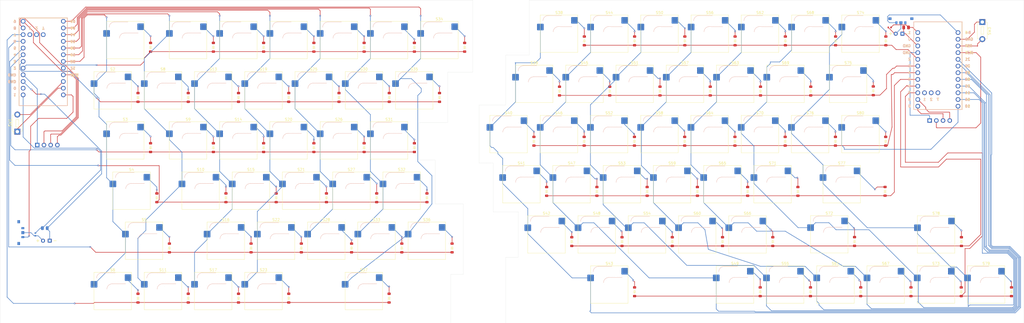
<source format=kicad_pcb>
(kicad_pcb (version 20240108) (generator "pcbnew") (generator_version "8.0")
  (layers (0 "F.Cu" signal) (31 "B.Cu" signal) (34 "B.Paste" user) (35 "F.Paste" user) (36 "B.SilkS" user "B.Silkscreen") (37 "F.SilkS" user "F.Silkscreen") (38 "B.Mask" user) (39 "F.Mask" user) (44 "Edge.Cuts" user))
  (net 0 "")
  (net 1 "ROW0_L")
  (net 2 "ROW1_L")
  (net 3 "ROW2_L")
  (net 4 "ROW3_L")
  (net 5 "ROW4_L")
  (net 6 "ROW5_L")
  (net 7 "ROW0_R")
  (net 8 "ROW1_R")
  (net 9 "ROW2_R")
  (net 10 "ROW3_R")
  (net 11 "ROW4_R")
  (net 12 "ROW5_R")
  (net 13 "COL0_L")
  (net 14 "COL1_L")
  (net 15 "COL2_L")
  (net 16 "COL3_L")
  (net 17 "COL4_L")
  (net 18 "COL5_L")
  (net 19 "COL6_L")
  (net 20 "COL0_R")
  (net 21 "COL1_R")
  (net 22 "COL7_R")
  (net 23 "Net-(BT1-+)")
  (net 24 "Net-(D1-A)")
  (net 25 "Net-(D2-A)")
  (net 26 "Net-(D3-A)")
  (net 27 "Net-(D4-A)")
  (net 28 "Net-(D5-A)")
  (net 29 "Net-(D6-A)")
  (net 30 "Net-(D7-A)")
  (net 31 "Net-(D8-A)")
  (net 32 "Net-(D9-A)")
  (net 33 "Net-(D10-A)")
  (net 34 "Net-(D11-A)")
  (net 35 "Net-(D12-A)")
  (net 36 "Net-(D13-A)")
  (net 37 "Net-(D14-A)")
  (net 38 "Net-(D15-A)")
  (net 39 "Net-(D16-A)")
  (net 40 "Net-(D17-A)")
  (net 41 "Net-(D18-A)")
  (net 42 "Net-(D19-A)")
  (net 43 "Net-(D20-A)")
  (net 44 "Net-(D21-A)")
  (net 45 "Net-(D22-A)")
  (net 46 "Net-(D23-A)")
  (net 47 "Net-(D24-A)")
  (net 48 "Net-(D25-A)")
  (net 49 "Net-(D26-A)")
  (net 50 "Net-(D27-A)")
  (net 51 "Net-(D28-A)")
  (net 52 "Net-(D29-A)")
  (net 53 "Net-(D30-A)")
  (net 54 "Net-(D31-A)")
  (net 55 "Net-(D32-A)")
  (net 56 "Net-(D33-A)")
  (net 57 "Net-(D34-A)")
  (net 58 "Net-(D35-A)")
  (net 59 "Net-(D36-A)")
  (net 60 "Net-(D37-A)")
  (net 61 "Net-(D38-A)")
  (net 62 "Net-(D39-A)")
  (net 63 "Net-(D40-A)")
  (net 64 "Net-(D41-A)")
  (net 65 "Net-(D42-A)")
  (net 66 "Net-(D43-A)")
  (net 67 "Net-(D44-A)")
  (net 68 "Net-(D45-A)")
  (net 69 "Net-(D46-A)")
  (net 70 "Net-(D47-A)")
  (net 71 "Net-(D48-A)")
  (net 72 "Net-(D49-A)")
  (net 73 "Net-(D50-A)")
  (net 74 "Net-(D51-A)")
  (net 75 "Net-(D52-A)")
  (net 76 "Net-(D53-A)")
  (net 77 "Net-(D54-A)")
  (net 78 "Net-(D55-A)")
  (net 79 "Net-(D56-A)")
  (net 80 "Net-(D57-A)")
  (net 81 "Net-(D58-A)")
  (net 82 "Net-(D59-A)")
  (net 83 "Net-(D60-A)")
  (net 84 "Net-(D61-A)")
  (net 85 "Net-(D62-A)")
  (net 86 "Net-(D63-A)")
  (net 87 "Net-(D64-A)")
  (net 88 "Net-(D65-A)")
  (net 89 "Net-(D66-A)")
  (net 90 "Net-(D67-A)")
  (net 91 "Net-(D68-A)")
  (net 92 "Net-(D69-A)")
  (net 93 "Net-(D70-A)")
  (net 94 "Net-(D71-A)")
  (net 95 "Net-(D72-A)")
  (net 96 "Net-(D73-A)")
  (net 97 "Net-(D74-A)")
  (net 98 "Net-(D75-A)")
  (net 99 "Net-(D76-A)")
  (net 100 "Net-(D77-A)")
  (net 101 "Net-(D78-A)")
  (net 102 "Net-(D79-A)")
  (net 103 "Net-(BT1--)")
  (net 104 "Net-(BT2--)")
  (net 105 "Net-(BT2-+)")
  (net 106 "Net-(R1-Pad2)")
  (net 107 "Net-(R3-Pad2)")
  (net 113 "Net-(D80-A)")
  (net 118 "Net-(J1-SCL)")
  (net 119 "Net-(J1-GND)")
  (net 120 "Net-(J1-SDA)")
  (net 121 "Net-(J1-VCC)")
  (net 122 "Net-(SW1-Pad1)")
  (net 123 "Net-(U1-RST)")
  (net 124 "Net-(SW2-A)")
  (net 125 "Net-(SW3-Pad1)")
  (net 126 "Net-(U2-RST)")
  (net 127 "Net-(SW4-A)")
  (net 129 "COL2_R")
  (net 131 "COL3_R")
  (net 132 "COL4_R")
  (net 133 "COL5_R")
  (net 134 "Net-(J2-VCC)")
  (net 135 "Net-(J2-SDA)")
  (net 136 "Net-(J2-SCL)")
  (net 137 "Net-(J2-GND)")
  (net 138 "COL6_R")
  (footprint "ScottoKeebs_Components:Diode_SOD-123" (layer "F.Cu") (at 178.462306 115.394388 90)
    (property "Reference" "D32" (hide yes))
    (property "Value" "D")
  )
  (footprint "ScottoKeebs_Components:Diode_SOD-123" (layer "F.Cu") (at 97.499806 96.344388 90)
    (property "Reference" "D9" (hide yes))
    (property "Value" "D")
  )
  (footprint "ScottoKeebs_Components:Diode_SOD-123" (layer "F.Cu") (at 314.265945 93.923587 90)
    (property "Reference" "D70" (hide yes))
    (property "Value" "D")
  )
  (footprint "ScottoKeebs_Components:Diode_SOD-123" (layer "F.Cu") (at 173.699806 96.344388 90)
    (property "Reference" "D31" (hide yes))
    (property "Value" "D")
  )
  (footprint "ScottoKeebs_Hotswap:Hotswap_MX_1.00u" (layer "F.Cu") (at 116.490431 74.577513)
    (property "Reference" "S19")
    (property "Value" "Keyswitch")
  )
  (footprint "ScottoKeebs_Hotswap:Hotswap_MX_1.00u" (layer "F.Cu") (at 304.741073 53.106712)
    (property "Reference" "S62")
    (property "Value" "Keyswitch")
  )
  (footprint "ScottoKeebs_Hotswap:Hotswap_MX_1.00u" (layer "F.Cu") (at 126.015431 55.527513)
    (property "Reference" "S18" (hide yes))
    (property "Value" "Keyswitch")
  )
  (footprint "ScottoKeebs_Components:Diode_SOD-123" (layer "F.Cu") (at 266.81132 74.873587 90)
    (property "Reference" "D51" (hide yes))
    (property "Value" "D")
  )
  (footprint "ScottoKeebs_Hotswap:Hotswap_MX_1.00u" (layer "F.Cu") (at 209.43157 91.206712)
    (property "Reference" "S40")
    (property "Value" "Keyswitch")
  )
  (footprint "ScottoKeebs_Components:Diode_SOD-123" (layer "F.Cu") (at 400.050204 151.073475 90)
    (property "Reference" "D79" (hide yes))
    (property "Value" "D" (hide yes))
  )
  (footprint "ScottoKeebs_Components:Diode_SOD-123" (layer "F.Cu") (at 154.649806 96.344388 90)
    (property "Reference" "D26" (hide yes))
    (property "Value" "D")
  )
  (footprint "ScottoKeebs_Components:Diode_SOD-123" (layer "F.Cu") (at 159.412306 115.394388 90)
    (property "Reference" "D27" (hide yes))
    (property "Value" "D")
  )
  (footprint "ScottoKeebs_Components:Diode_SOD-123" (layer "F.Cu") (at 352.425448 55.823587 90)
    (property "Reference" "D74" (hide yes))
    (property "Value" "D")
  )
  (footprint "ScottoKeebs_Components:Diode_SOD-123" (layer "F.Cu") (at 304.91132 74.873587 90)
    (property "Reference" "D63" (hide yes))
    (property "Value" "D")
  )
  (footprint "ScottoKeebs_Components:Diode_SOD-123" (layer "F.Cu") (at 271.46282 132.023587 90)
    (property "Reference" "D54" (hide yes))
    (property "Value" "D")
  )
  (footprint "ScottoKeebs_Hotswap:Hotswap_MX_1.00u" (layer "F.Cu") (at 87.915431 93.627513)
    (property "Reference" "S9")
    (property "Value" "Keyswitch")
  )
  (footprint "ScottoKeebs_Hotswap:Hotswap_MX_1.00u" (layer "F.Cu") (at 106.965431 93.627513)
    (property "Reference" "S14")
    (property "Value" "Keyswitch")
  )
  (footprint "ScottoKeebs_Components:Diode_SOD-123" (layer "F.Cu") (at 121.312306 115.394388 90)
    (property "Reference" "D15" (hide yes))
    (property "Value" "D")
  )
  (footprint "ScottoKeebs_Components:Button_MJTP1243" (layer "F.Cu") (at 388.99745 48.665895 -90)
    (property "Reference" "SW3")
    (property "Value" "SW_Push")
  )
  (footprint "ScottoKeebs_Components:Diode_SOD-123" (layer "F.Cu") (at 295.215945 93.923587 90)
    (property "Reference" "D64" (hide yes))
    (property "Value" "D")
  )
  (footprint "ScottoKeebs_Components:Diode_SOD-123" (layer "F.Cu") (at 309.56282 132.023587 90)
    (property "Reference" "D66" (hide yes))
    (property "Value" "D")
  )
  (footprint "ScottoKeebs_Components:Diode_SOD-123" (layer "F.Cu") (at 252.41282 132.023587 90)
    (property "Reference" "D48" (hide yes))
    (property "Value" "D")
  )
  (footprint "ScottoKeebs_MCU:Nice_Nano_V2" (layer "F.Cu") (at 372.163255 66.361396)
    (property "Reference" "U2" (hide yes))
    (property "Value" "Nice_Nano_V2" (hide yes))
  )
  (footprint "ScottoKeebs_Components:Diode_SOD-123" (layer "F.Cu") (at 168.937306 134.444388 90)
    (property "Reference" "D33" (hide yes))
    (property "Value" "D")
  )
  (footprint "ScottoKeebs_Components:Diode_SOD-123" (layer "F.Cu") (at 111.787306 134.444388 90)
    (property "Reference" "D16" (hide yes))
    (property "Value" "D")
  )
  (footprint "ScottoKeebs_Components:Diode_SOD-123" (layer "F.Cu") (at 164.174806 77.294388 90)
    (property "Reference" "D30" (hide yes))
    (property "Value" "D")
  )
  (footprint "ScottoKeebs_Components:Diode_SOD-123" (layer "F.Cu") (at 342.900204 151.073475 90)
    (property "Reference" "D61" (hide yes))
    (property "Value" "D")
  )
  (footprint "ScottoKeebs_Components:Diode_SOD-123" (layer "F.Cu") (at 87.974806 77.294388 90)
    (property "Reference" "D8" (hide yes))
    (property "Value" "D")
  )
  (footprint "ScottoKeebs_Components:Diode_SOD-123" (layer "F.Cu") (at 319.087704 112.973531 90)
    (property "Reference" "D71" (hide yes))
    (property "Value" "D")
  )
  (footprint "ScottoKeebs_Components:Diode_SOD-123" (layer "F.Cu") (at 381.079579 132.023459 90)
    (property "Reference" "D78" (hide yes))
    (property "Value" "D")
  )
  (footprint "ScottoKeebs_Components:Diode_SOD-123" (layer "F.Cu") (at 285.86132 74.873587 90)
    (property "Reference" "D57" (hide yes))
    (property "Value" "D")
  )
  (footprint "ScottoKeebs_Hotswap:Hotswap_MX_1.00u" (layer "F.Cu") (at 352.365829 148.3566)
    (property "Reference" "S67")
    (property "Value" "Keyswitch")
  )
  (footprint "ScottoKeebs_Components:Diode_SOD-123" (layer "F.Cu") (at 276.225448 55.823587 90)
    (property "Reference" "D50" (hide yes))
    (property "Value" "D")
  )
  (footprint "ScottoKeebs_Hotswap:Hotswap_MX_1.00u" (layer "F.Cu") (at 280.928445 129.306712)
    (property "Reference" "S60")
    (property "Value" "Keyswitch")
  )
  (footprint "ScottoKeebs_Hotswap:Hotswap_MX_1.00u" (layer "F.Cu") (at 97.440431 74.577513)
    (property "Reference" "S13")
    (property "Value" "Keyswitch")
  )
  (footprint "ScottoKeebs_Hotswap:Hotswap_MX_1.00u" (layer "F.Cu") (at 164.115431 93.627513)
    (property "Reference" "S31")
    (property "Value" "Keyswitch")
  )
  (footprint "ScottoKeebs_Hotswap:Hotswap_MX_1.00u" (layer "F.Cu") (at 135.540431 74.577513)
    (property "Reference" "S25")
    (property "Value" "Keyswitch")
  )
  (footprint "ScottoKeebs_Hotswap:Hotswap_MX_2.25u" (layer "F.Cu") (at 71.246681 131.727513)
    (property "Reference" "S5")
    (property "Value" "Keyswitch")
  )
  (footprint "ScottoKeebs_Hotswap:Hotswap_MX_1.00u" (layer "F.Cu") (at 309.503329 110.256656)
    (property "Reference" "S71")
    (property "Value" "Keyswitch")
  )
  (footprint "ScottoKeebs_Components:Diode_SOD-123" (layer "F.Cu") (at 97.499806 58.244388 90)
    (property "Reference" "D7" (hide yes))
    (property "Value" "D")
  )
  (footprint "ScottoKeebs_Hotswap:Hotswap_MX_1.00u" (layer "F.Cu") (at 178.402931 131.727513)
    (property "Reference" "S36")
    (property "Value" "Keyswitch")
  )
  (footprint "ScottoKeebs_Hotswap:Hotswap_MX_1.00u" (layer "F.Cu") (at 242.828445 129.306712)
    (property "Reference" "S48")
    (property "Value" "Keyswitch")
  )
  (footprint "ScottoKeebs_Components:Diode_SOD-123" (layer "F.Cu") (at 280.987704 112.973531 90)
    (property "Reference" "D59" (hide yes))
    (property "Value" "D")
  )
  (footprint "ScottoKeebs_Components:Diode_SOD-123" (layer "F.Cu") (at 73.687306 96.344388 90)
    (property "Reference" "D3" (hide yes))
    (property "Value" "D")
  )
  (footprint "ScottoKeebs_Hotswap:Hotswap_MX_1.00u" (layer "F.Cu") (at 116.490431 150.777513)
    (property "Reference" "S23")
    (property "Value" "Keyswitch")
  )
  (footprint "ScottoKeebs_Hotswap:Hotswap_MX_1.00u" (layer "F.Cu") (at 314.265829 148.3566)
    (property "Reference" "S55")
    (property "Value" "Keyswitch")
  )
  (footprint "ScottoKeebs_Hotswap:Hotswap_MX_1.00u" (layer "F.Cu") (at 247.591073 53.106712)
    (property "Reference" "S44")
    (property "Value" "Keyswitch")
  )
  (footprint "ScottoKeebs_Hotswap:Hotswap_MX_1.00u" (layer "F.Cu") (at 371.495204 129.306584)
    (property "Reference" "S78")
    (property "Value" "Keyswitch")
  )
  (footprint "ScottoKeebs_Hotswap:Hotswap_MX_1.00u" (layer "F.Cu") (at 261.878445 129.306712)
    (property "Reference" "S54")
    (property "Value" "Keyswitch")
  )
  (footprint "ScottoKeebs_Components:Diode_SOD-123" (layer "F.Cu") (at 228.71132 74.873587 90)
    (property "Reference" "D39" (hide yes))
    (property "Value" "D")
  )
  (footprint "ScottoKeebs_Components:Diode_SOD-123" (layer "F.Cu") (at 238.065945 93.923587 90)
    (property "Reference" "D46" (hide yes))
    (property "Value" "D")
  )
  (footprint "ScottoKeebs_Components:Diode_SOD-123" (layer "F.Cu") (at 261.937704 112.973531 90)
    (property "Reference" "D53" (hide yes))
    (property "Value" "D")
  )
  (footprint "ScottoKeebs_Hotswap:Hotswap_MX_2.25u" (layer "F.Cu") (at 330.974033 129.268613)
    (property "Reference" "S72")
    (property "Value" "Keyswitch")
  )
  (footprint "ScottoKeebs_Hotswap:Hotswap_MX_3.00u" (layer "F.Cu") (at 154.531056 150.777513)
    (property "Reference" "S37")
    (property "Value" "Keyswitch")
  )
  (footprint "ScottoKeebs_Hotswap:Hotswap_MX_4.00u" (layer "F.Cu") (at 247.590691 148.356656)
    (property "Reference" "S43")
    (property "Value" "Keyswitch")
  )
  (footprint "ScottoKeebs_Hotswap:Hotswap_MX_1.00u" (layer "F.Cu") (at 149.827931 112.677513)
    (property "Reference" "S27")
    (property "Value" "Keyswitch")
  )
  (footprint "ScottoKeebs_Hotswap:Hotswap_MX_1.00u" (layer "F.Cu") (at 304.68157 91.206712)
    (property "Reference" "S70")
    (property "Value" "Keyswitch")
  )
  (footprint "ScottoKeebs_Components:Diode_SOD-123" (layer "F.Cu") (at 149.887306 134.444388 90)
    (property "Reference" "D28" (hide yes))
    (property "Value" "D")
  )
  (footprint "ScottoKeebs_Components:Diode_SOD-123" (layer "F.Cu") (at 314.325448 55.823587 90)
    (property "Reference" "D62" (hide yes))
    (property "Value" "D")
  )
  (footprint "ScottoKeebs_Hotswap:Hotswap_MX_1.00u" (layer "F.Cu") (at 164.115431 55.527513)
    (property "Reference" "S29" (hide yes))
    (property "Value" "Keyswitch")
  )
  (footprint "ScottoKeebs_Components:Diode_SOD-123" (layer "F.Cu") (at 135.599806 96.344388 90)
    (property "Reference" "D20" (hide yes))
    (property "Value" "D")
  )
  (footprint "ScottoKeebs_Components:Diode_SOD-123" (layer "F.Cu") (at 223.837704 112.973531 90)
    (property "Reference" "D41" (hide yes))
    (property "Value" "D")
  )
  (footprint "ScottoKeebs_Components:Diode_SOD-123" (layer "F.Cu") (at 238.125448 55.823587 90)
    (property "Reference" "D38" (hide yes))
    (property "Value" "D")
  )
  (footprint "ScottoKeebs_Hotswap:Hotswap_MX_1.00u" (layer "F.Cu") (at 140.302931 131.727513)
    (property "Reference" "S28")
    (property "Value" "Keyswitch")
  )
  (footprint "ScottoKeebs_Components:Diode_SOD-123" (layer "F.Cu") (at 73.687306 58.244388 90)
    (property "Reference" "D1" (hide yes))
    (property "Value" "D")
  )
  (footprint "ScottoKeebs_Hotswap:Hotswap_MX_1.00u" (layer "F.Cu") (at 295.215829 148.3566)
    (property "Reference" "S49")
    (property "Value" "Keyswitch")
  )
  (footprint "ScottoKeebs_Hotswap:Hotswap_MX_1.00u" (layer "F.Cu") (at 154.590431 74.577513)
    (property "Reference" "S30")
    (property "Value" "Keyswitch")
  )
  (footprint "ScottoKeebs_Components:Diode_SOD-123" (layer "F.Cu") (at 257.175066 151.073531 90)
    (property "Reference" "D43" (hide yes))
    (property "Value" "D")
  )
  (footprint "ScottoKeebs_Hotswap:Hotswap_MX_1.00u" (layer "F.Cu") (at 323.73157 91.206712)
    (property "Reference" "S76")
    (property "Value" "Keyswitch")
  )
  (footprint "ScottoKeebs_Hotswap:Hotswap_MX_1.00u" (layer "F.Cu") (at 145.065431 55.527513)
    (property "Reference" "S24" (hide yes))
    (property "Value" "Keyswitch")
  )
  (footprint "ScottoKeebs_Components:Diode_SOD-123" (layer "F.Cu") (at 233.36282 132.023587 90)
    (property "Reference" "D42" (hide yes))
    (property "Value" "D")
  )
  (footprint "ScottoKeebs_Components:Button_MJTP1243" (layer "F.Cu") (at 23.18501 90.289361 90)
    (property "Reference" "SW1")
    (property "Value" "SW_Push" (hide yes))
  )
  (footprint "ScottoKeebs_Hotswap:Hotswap_MX_1.00u" (layer "F.Cu") (at 97.440431 150.777513)
    (property "Reference" "S17")
    (property "Value" "Keyswitch")
  )
  (footprint "ScottoKeebs_Hotswap:Hotswap_MX_1.00u" (layer "F.Cu") (at 247.53157 91.206712)
    (property "Reference" "S52")
    (property "Value" "Keyswitch")
  )
  (footprint "ScottoKeebs_Hotswap:Hotswap_MX_1.00u" (layer "F.Cu") (at 228.541073 53.106712)
    (property "Reference" "S38")
    (property "Value" "Keyswitch")
  )
  (footprint "ScottoKeebs_Components:Diode_SOD-123" (layer "F.Cu") (at 333.375448 55.823587 90)
    (property "Reference" "D68" (hide yes))
    (property "Value" "D")
  )
  (footprint "ScottoKeebs_Hotswap:Hotswap_MX_1.00u" (layer "F.Cu") (at 233.303329 110.256656)
    (property "Reference" "S47")
    (property "Value" "Keyswitch")
  )
  (footprint "ScottoKeebs_Components:Diode_SOD-123" (layer "F.Cu") (at 347.662617 74.776087 90)
    (property "Reference" "D75" (hide yes))
    (property "Value" "D" (hide yes))
  )
  (footprint "ScottoKeebs_Components:Diode_SOD-123" (layer "F.Cu") (at 87.974806 153.494388 90)
    (property "Reference" "D11" (hide yes))
    (property "Value" "D")
  )
  (footprint "ScottoKeebs_Hotswap:Hotswap_MX_1.00u" (layer "F.Cu") (at 87.915431 55.527513)
    (property "Reference" "S7" (hide yes))
    (property "Value" "Keyswitch")
  )
  (footprint "ScottoKeebs_Hotswap:Hotswap_MX_1.00u" (layer "F.Cu") (at 159.352931 131.727513)
    (property "Reference" "S33")
    (property "Value" "Keyswitch")
  )
  (footprint "ScottoKeebs_Hotswap:Hotswap_MX_1.00u" (layer "F.Cu") (at 168.877931 112.677513)
    (property "Reference" "S32")
    (property "Value" "Keyswitch")
  )
  (footprint "ScottoKeebs_Components:Diode_SOD-123" (layer "F.Cu") (at 300.037704 112.973531 90)
    (property "Reference" "D65" (hide yes))
    (property "Value" "D")
  )
  (footprint "ScottoKeebs_Hotswap:Hotswap_MX_1.00u" (layer "F.Cu") (at 390.465829 148.3566)
    (property "Reference" "S79")
    (property "Value" "Keyswitch")
  )
  (footprint "ScottoKeebs_Hotswap:Hotswap_MX_1.00u" (layer "F.Cu") (at 92.677931 112.677513)
    (property "Reference" "S10")
    (property "Value" "Keyswitch")
  )
  (footprint "ScottoKeebs_Components:Diode_SOD-123" (layer "F.Cu") (at 107.024806 153.494388 90)
    (property "Reference" "D17" (hide yes))
    (property "Value" "D")
  )
  (footprint "ScottoKeebs_Components:Diode_SOD-123" (layer "F.Cu") (at 68.924806 77.294388 90)
    (property "Reference" "D2" (hide yes))
    (property "Value" "D")
  )
  (footprint "ScottoKeebs_Components:Diode_SOD-123" (layer "F.Cu") (at 130.837306 134.444388 90)
    (property "Reference" "D22" (hide yes))
    (property "Value" "D")
  )
  (footprint "ScottoKeebs_Hotswap:Hotswap_MX_1.00u" (layer "F.Cu") (at 295.326945 72.156712)
    (property "Reference" "S63")
    (property "Value" "Keyswitch")
  )
  (footprint "ScottoKeebs_Components:Diode_SOD-123" (layer "F.Cu") (at 352.365945 93.923587 90)
    (property "Reference" "D80" (hide yes))
    (property "Value" "D" (hide yes))
  )
  (footprint "ScottoKeebs_Hotswap:Hotswap_MX_1.00u" (layer "F.Cu") (at 219.126945 72.156712)
    (property "Reference" "S39")
    (property "Value" "Keyswitch")
  )
  (footprint "ScottoKeebs_Components:Diode_SOD-123" (layer "F.Cu") (at 219.015945 93.923587 90)
    (property "Reference" "D40" (hide yes))
    (property "Value" "D")
  )
  (footprint "ScottoKeebs_Hotswap:Hotswap_MX_1.50u" (layer "F.Cu") (at 64.102931 55.527513)
    (property "Reference" "S1" (hide yes))
    (property "Value" "Keyswitch")
  )
  (footprint "ScottoKeebs_Components:Diode_SOD-123" (layer "F.Cu") (at 116.549806 96.344388 90)
    (property "Reference" "D14" (hide yes))
    (property "Value" "D")
  )
  (footprint "ScottoKeebs_Hotswap:Hotswap_MX_1.00u" (layer "F.Cu") (at 228.48157 91.206712)
    (property "Reference" "S46")
    (property "Value" "Keyswitch")
  )
  (footprint "ScottoKeebs_Hotswap:Hotswap_MX_1.00u" (layer "F.Cu") (at 276.276945 72.156712)
    (property "Reference" "S57")
    (property "Value" "Keyswitch")
  )
  (footprint "ScottoKeebs_Components:Diode_SOD-123" (layer "F.Cu") (at 290.51282 132.023587 90)
    (property "Reference" "D60" (hide yes))
    (property "Value" "D")
  )
  (footprint "ScottoKeebs_Hotswap:Hotswap_MX_1.00u" (layer "F.Cu") (at 257.226945 72.156712)
    (property "Reference" "S51")
    (property "Value" "Keyswitch")
  )
  (footprint "ScottoKeebs_Components:Diode_SOD-123" (layer "F.Cu") (at 154.649806 58.244388 90)
    (property "Reference" "D24" (hide yes))
    (property "Value" "D")
  )
  (footprint "ScottoKeebs_Components:OLED_128x64" (layer "F.Cu") (at 372.837942 86.06735)
    (property "Reference" "J1" (hide yes))
    (property "Value" "OLED_128x64")
  )
  (footprint "ScottoKeebs_Hotswap:Hotswap_MX_1.00u" (layer "F.Cu") (at 59.340431 74.577513)
    (property "Reference" "S2")
    (property "Value" "Keyswitch")
  )
  (footprint "ScottoKeebs_Components:Diode_SOD-123" (layer "F.Cu") (at 352.127704 112.938531 90)
    (property "Reference" "D77" (hide yes))
    (property "Value" "D")
  )
  (footprint "ScottoKeebs_Hotswap:Hotswap_MX_1.50u" (layer "F.Cu") (at 338.137617 72.156712)
    (property "Reference" "S75")
    (property "Value" "Keyswitch")
  )
  (footprint "ScottoKeebs_Components:Diode_SOD-123" (layer "F.Cu") (at 107.024806 77.294388 90)
    (property "Reference" "D13" (hide yes))
    (property "Value" "D")
  )
  (footprint "ScottoKeebs_Hotswap:Hotswap_MX_1.00u" (layer "F.Cu") (at 266.58157 91.206712)
    (property "Reference" "S58")
    (property "Value" "Keyswitch")
  )
  (footprint "ScottoKeebs_Hotswap:Hotswap_MX_1.00u" (layer "F.Cu") (at 238.176945 72.156712)
    (property "Reference" "S45")
    (property "Value" "Keyswitch")
  )
  (footprint "ScottoKeebs_Hotswap:Hotswap_MX_1.00u" (layer "F.Cu") (at 223.778445 129.306712)
    (property "Reference" "S42")
    (property "Value" "Keyswitch")
  )
  (footprint "ScottoKeebs_Hotswap:Hotswap_MX_1.00u" (layer "F.Cu") (at 59.340431 150.777513)
    (property "Reference" "S6")
    (property "Value" "Keyswitch")
  )
  (footprint "ScottoKeebs_Hotswap:Hotswap_MX_1.00u" (layer "F.Cu") (at 285.691073 53.106712)
    (property "Reference" "S56")
    (property "Value" "Keyswitch")
  )
  (footprint "ScottoKeebs_Hotswap:Hotswap_MX_1.00u" (layer "F.Cu") (at 285.63157 91.206712)
    (property "Reference" "S64")
    (property "Value" "Keyswitch")
  )
  (footprint "ScottoKeebs_Hotswap:Hotswap_MX_1.00u" (layer "F.Cu") (at 299.978445 129.306712)
    (property "Reference" "S66")
    (property "Value" "Keyswitch")
  )
  (footprint "ScottoKeebs_Components:Diode_SOD-123" (layer "F.Cu") (at 135.599806 58.244388 90)
    (property "Reference" "D18" (hide yes))
    (property "Value" "D")
  )
  (footprint "ScottoKeebs_Components:Diode_SOD-123" (layer "F.Cu") (at 304.800204 151.073475 90)
    (property "Reference" "D49" (hide yes))
    (property "Value" "D")
  )
  (footprint "ScottoKeebs_Components:Diode_SOD-123" (layer "F.Cu") (at 257.115945 93.923587 90)
    (property "Reference" "D52" (hide yes))
    (property "Value" "D")
  )
  (footprint "ScottoKeebs_Scotto:Battery" (layer "F.Cu") (at 357.445861 53.10652)
    (property "Reference" "BT2" (hide yes))
    (property "Value" "Battery")
  )
  (footprint "ScottoKeebs_Hotswap:Hotswap_MX_1.00u" (layer "F.Cu") (at 121.252931 131.727513)
    (property "Reference" "S22")
    (property "Value" "Keyswitch")
  )
  (footprint "ScottoKeebs_Hotswap:Hotswap_MX_1.00u" (layer "F.Cu") (at 106.965431 55.527513)
    (property "Reference" "S12" (hide yes))
    (property "Value" "Keyswitch")
  )
  (footprint "ScottoKeebs_Components:Diode_SOD-123" (layer "F.Cu") (at 164.115431 153.494388 90)
    (property "Reference" "D37" (hide yes))
    (property "Value" "D")
  )
  (footprint "ScottoKeebs_Hotswap:Hotswap_MX_1.00u" (layer "F.Cu") (at 266.641073 53.106712)
    (property "Reference" "S50")
    (property "Value" "Keyswitch")
  )
  (footprint "ScottoKeebs_Hotswap:Hotswap_MX_1.75u" (layer "F.Cu") (at 335.696829 110.2566)
    (property "Reference" "S77")
    (property "Value" "Keyswitch")
  )
  (footprint "ScottoKeebs_Components:Diode_SOD-123" (layer "F.Cu") (at 116.549806 58.244388 90)
    (property "Reference" "D12" (hide yes))
    (property "Value" "D")
  )
  (footprint "ScottoKeebs_Components:Diode_SOD-123" (layer "F.Cu") (at 276.165945 93.923587 90)
    (property "Reference" "D58" (hide yes))
    (property "Value" "D")
  )
  (footprint "ScottoKeebs_Hotswap:Hotswap_MX_1.00u" (layer "F.Cu") (at 342.78157 91.206712)
    (property "Reference" "S80")
    (property "Value" "Keyswitch")
  )
  (footprint "ScottoKeebs_Components:Diode_SOD-123" (layer "F.Cu") (at 361.950204 151.073475 90)
    (property "Reference" "D67" (hide yes))
    (property "Value" "D")
  )
  (footprint "ScottoKeebs_Components:Diode_SOD-123" (layer "F.Cu") (at 80.831056 134.444388 90)
    (property "Reference" "D5" (hide yes))
    (property "Value" "D")
  )
  (footprint "ScottoKeebs_Hotswap:Hotswap_MX_1.00u" (layer "F.Cu") (at 214.253329 110.256656)
    (property "Reference" "S41")
    (property "Value" "Keyswitch")
  )
  (footprint "ScottoKeebs_Components:Diode_SOD-123" (layer "F.Cu") (at 247.76132 74.873587 90)
    (property "Reference" "D45" (hide yes))
    (property "Value" "D")
  )
  (footprint "ScottoKeebs_Hotswap:Hotswap_MX_1.00u" (layer "F.Cu") (at 371.415829 148.3566)
    (property "Reference" "S73")
    (property "Value" "Keyswitch")
  )
  (footprint "ScottoKeebs_Hotswap:Hotswap_MX_1.00u" (layer "F.Cu") (at 78.390431 74.577513)
    (property "Reference" "S8")
    (property "Value" "Keyswitch")
  )
  (footprint "ScottoKeebs_Components:Diode_SOD-123" (layer "F.Cu") (at 323.96132 74.873587 90)
    (property "Reference" "D69" (hide yes))
    (property "Value" "D")
  )
  (footprint "ScottoKeebs_Components:Diode_SOD-123" (layer "F.Cu") (at 192.749806 58.244388 90)
    (property "Reference" "D34" (hide yes))
    (property "Value" "D")
  )
  (footprint "ScottoKeebs_Components:Diode_SOD-123" (layer "F.Cu") (at 257.175448 55.823587 90)
    (property "Reference" "D44" (hide yes))
    (property "Value" "D")
  )
  (footprint "ScottoKeebs_Hotswap:Hotswap_MX_1.00u" (layer "F.Cu") (at 126.015431 93.627513)
    (property "Reference" "S20")
    (property "Value" "Keyswitch")
  )
  (footprint "ScottoKeebs_Components:Resistor_0805" (layer "F.Cu") (at 360.105239 50.725268)
    (property "Reference" "R4" (hide yes))
    (property "Value" "Resistor" (hide yes))
  )
  (footprint "ScottoKeebs_Components:Diode_SOD-123" (layer "F.Cu") (at 340.558408 131.985488 90)
    (property "Reference" "D72" (hide yes))
    (property "Value" "D")
  )
  (footprint "ScottoKeebs_Hotswap:Hotswap_MX_1.00u" (layer "F.Cu") (at 102.202931 131.727513)
    (property "Reference" "S16")
    (property "Value" "Keyswitch")
  )
  (footprint "ScottoKeebs_Components:Diode_SOD-123" (layer "F.Cu") (at 295.275448 55.823587 90)
    (property "Reference" "D56" (hide yes))
    (property "Value" "D")
  )
  (footprint "ScottoKeebs_Scotto:Battery" (layer "F.Cu") (at 34.190902 131.687836)
    (property "Reference" "BT1" (hide yes))
    (property "Value" "Battery")
  )
  (footprint "ScottoKeebs_Hotswap:Hotswap_MX_1.00u" (layer "F.Cu") (at 252.353329 110.256656)
    (property "Reference" "S53")
    (property "Value" "Keyswitch")
  )
  (footprint "ScottoKeebs_Components:OLED_128x64" (layer "F.Cu") (at 34.548093 95.373743)
    (property "Reference" "J2" (hide yes))
    (property "Value" "OLED_128x64")
  )
  (footprint "ScottoKeebs_Components:Diode_SOD-123" (layer "F.Cu") (at 145.124806 77.294388 90)
    (property "Reference" "D25" (hide yes))
    (property "Value" "D")
  )
  (footprint "ScottoKeebs_Hotswap:Hotswap_MX_1.00u" (layer "F.Cu") (at 78.390431 150.777513)
    (property "Reference" "S11")
    (property "Value" "Keyswitch")
  )
  (footprint "ScottoKeebs_Components:Diode_SOD-123" (layer "F.Cu") (at 76.068556 115.394388 90)
    (property "Reference" "D4" (hide yes))
    (property "Value" "D")
  )
  (footprint "ScottoKeebs_Hotswap:Hotswap_MX_1.00u" (layer "F.Cu") (at 290.453329 110.256656)
    (property "Reference" "S65")
    (property "Value" "Keyswitch")
  )
  (footprint "ScottoKeebs_Hotswap:Hotswap_MX_1.00u" (layer "F.Cu") (at 271.403329 110.256656)
    (property "Reference" "S59")
    (property "Value" "Keyswitch")
  )
  (footprint "ScottoKeebs_Components:Diode_SOD-123" (layer "F.Cu") (at 140.362306 115.394388 90)
    (property "Reference" "D21" (hide yes))
    (property "Value" "D")
  )
  (footprint "ScottoKeebs_Components:Resistor_0402" (layer "F.Cu") (at 353.873983 50.725268)
    (property "Reference" "R3" (hide yes))
    (property "Value" "Resistor" (hide yes))
  )
  (footprint "ScottoKeebs_Components:Diode_SOD-123" (layer "F.Cu") (at 323.850204 151.073475 90)
    (property "Reference" "D55" (hide yes))
    (property "Value" "D")
  )
  (footprint "ScottoKeebs_Hotswap:Hotswap_MX_1.00u" (layer "F.Cu") (at 111.727931 112.677513)
    (property "Reference" "S15")
    (property "Value" "Keyswitch")
  )
  (footprint "ScottoKeebs_Components:Diode_SOD-123" (layer "F.Cu") (at 381.000204 151.073475 90)
    (property "Reference" "D73" (hide yes))
    (property "Value" "D")
  )
  (footprint "ScottoKeebs_Hotswap:Hotswap_MX_1.00u" (layer "F.Cu") (at 333.315829 148.3566)
    (property "Reference" "S61")
    (property "Value" "Keyswitch")
  )
  (footprint "ScottoKeebs_Hotswap:Hotswap_MX_1.00u" (layer "F.Cu") (at 145.065431 93.627513)
    (property "Reference" "S26")
    (property "Value" "Keyswitch")
  )
  (footprint "ScottoKeebs_Hotswap:Hotswap_MX_1.00u" (layer "F.Cu") (at 314.376945 72.156712)
    (property "Reference" "S69")
    (property "Value" "Keyswitch")
  )
  (footprint "ScottoKeebs_Components:Diode_SOD-123" (layer "F.Cu") (at 187.987306 134.444388 90)
    (property "Reference" "D36" (hide yes))
    (property "Value" "D")
  )
  (footprint "ScottoKeebs_Hotswap:Hotswap_MX_1.50u" (layer "F.Cu") (at 64.102931 93.627513)
    (property "Reference" "S3")
    (property "Value" "Keyswitch")
  )
  (footprint "ScottoKeebs_Components:Diode_SOD-123" (layer "F.Cu") (at 68.924806 153.494388 90)
    (property "Reference" "D6" (hide yes))
    (property "Value" "D")
  )
  (footprint "ScottoKeebs_Hotswap:Hotswap_MX_1.00u" (layer "F.Cu") (at 183.165431 55.527513)
    (property "Reference" "S34")
    (property "Value" "Keyswitch")
  )
  (footprint "ScottoKeebs_Components:Diode_SOD-123" (layer "F.Cu") (at 242.887704 112.973531 90)
    (property "Reference" "D47" (hide yes))
    (property "Value" "D")
  )
  (footprint "ScottoKeebs_Components:Diode_SOD-123" (layer "F.Cu") (at 173.699806 58.244388 90)
    (property "Reference" "D29" (hide yes))
    (property "Value" "D")
  )
  (footprint "ScottoKeebs_Components:Diode_SOD-123" (layer "F.Cu") (at 126.074806 153.494388 90)
    (property "Reference" "D23" (hide yes))
    (property "Value" "D")
  )
  (footprint "ScottoKeebs_Components:Diode_SOD-123" (layer "F.Cu") (at 126.074806 77.294388 90)
    (property "Reference" "D19" (hide yes))
    (property "Value" "D")
  )
  (footprint "ScottoKeebs_Hotswap:Hotswap_MX_1.00u" (layer "F.Cu") (at 130.777931 112.677513)
    (property "Reference" "S21")
    (property "Value" "Keyswitch")
  )
  (footprint "ScottoKeebs_Hotswap:Hotswap_MX_1.00u" (layer "F.Cu") (at 173.640431 74.577513)
    (property "Reference" "S35")
    (property "Value" "Keyswitch")
  )
  (footprint "ScottoKeebs_Hotswap:Hotswap_MX_1.00u" (layer "F.Cu") (at 342.841073 53.106712)
    (property "Reference" "S74")
    (property "Value" "Keyswitch")
  )
  (footprint "ScottoKeebs_Hotswap:Hotswap_MX_1.75u" (layer "F.Cu") (at 66.484181 112.677513)
    (property "Reference" "S4")
    (property "Value" "Keyswitch")
  )
  (footprint "ScottoKeebs_Components:Diode_SOD-123" (layer "F.Cu") (at 333.315945 93.923587 90)
    (property "Reference" "D76" (hide yes))
    (property "Value" "D")
  )
  (footprint "ScottoKeebs_Components:Diode_SOD-123" (layer "F.Cu") (at 183.224806 77.294388 90)
    (property "Reference" "D35" (hide yes))
    (property "Value" "D")
  )
  (footprint "ScottoKeebs_Hotswap:Hotswap_MX_1.00u" (layer "F.Cu") (at 323.791073 53.106712)
    (property "Reference" "S68")
    (property "Value" "Keyswitch")
  )
  (footprint "ScottoKeebs_Components:Diode_SOD-123" (layer "F.Cu") (at 102.262306 115.394388 90)
    (property "Reference" "D10" (hide yes))
    (property "Value" "D")
  )
  (footprint "ScottoKeebs_Components:Resistor_0805" (layer "B.Cu") (at 33.595589 126.925332 180)
    (property "Reference" "R2" (hide yes))
    (property "Value" "Resistor" (hide yes))
  )
  (footprint "ScottoKeebs_Components:Switch_SSAL220100" (layer "B.Cu") (at 358.127113 47.389329)
    (property "Reference" "SW4" (hide yes))
    (property "Value" "SW_Push_SPDT")
  )
  (footprint "ScottoKeebs_MCU:Nice_Nano_V2" (layer "B.Cu") (at 33.000276 62.631528)
    (property "Reference" "U1" (hide yes))
    (property "Value" "Nice_Nano_V2" (hide yes))
  )
  (footprint "ScottoKeebs_Components:Resistor_0402" (layer "B.Cu") (at 30.023711 129.306584 90)
    (property "Reference" "R1" (hide yes))
    (property "Value" "Resistor" (hide yes))
  )
  (footprint "ScottoKeebs_Components:Switch_SSAL220100" (layer "B.Cu") (at 23.711207 128.625332 90)
    (property "Reference" "SW2" (hide yes))
    (property "Value" "SW_Push_SPDT")
  )
  (gr_line (start 195.82578 67.711542) (end 195.82578 40.327144) (stroke (width 0.05)) (layer "Edge.Cuts"))
  (gr_line (start 192.253902 144.506919) (end 192.253902 117.717834) (stroke (width 0.05)) (layer "Edge.Cuts"))
  (gr_line (start 175.585138 101.04907) (end 175.585138 86.761558) (stroke (width 0.05)) (layer "Edge.Cuts"))
  (gr_line (start 208.327353 162.961622) (end 208.327353 158.794431) (stroke (width 0.05)) (layer "Edge.Cuts"))
  (gr_line (start 203.564849 102.239696) (end 203.564849 120.694399) (stroke (width 0.05)) (layer "Edge.Cuts"))
  (gr_line (start 16.636567 162.961622) (end 187.491398 162.961622) (stroke (width 0.05)) (layer "Edge.Cuts"))
  (gr_line (start 208.327353 162.961622) (end 404.780643 162.961622) (stroke (width 0.05)) (layer "Edge.Cuts"))
  (gr_line (start 198.207032 102.239696) (end 201.183597 102.239696) (stroke (width 0.05)) (layer "Edge.Cuts"))
  (gr_line (start 203.564849 120.694399) (end 213.089857 120.694399) (stroke (width 0.05)) (layer "Edge.Cuts"))
  (gr_line (start 208.327353 61.163099) (end 208.327353 80.213115) (stroke (width 0.05)) (layer "Edge.Cuts"))
  (gr_line (start 213.089857 120.694399) (end 213.089857 137.958476) (stroke (width 0.05)) (layer "Edge.Cuts"))
  (gr_line (start 16.636567 67.116229) (end 16.636567 162.961622) (stroke (width 0.05)) (layer "Edge.Cuts"))
  (gr_line (start 217.257048 40.327144) (end 217.257048 51.638091) (stroke (width 0.05)) (layer "Edge.Cuts"))
  (gr_line (start 201.183597 102.239696) (end 203.564849 102.239696) (stroke (width 0.05)) (layer "Edge.Cuts"))
  (gr_line (start 186.300772 86.761558) (end 186.300772 67.711542) (stroke (width 0.05)) (layer "Edge.Cuts"))
  (gr_line (start 186.300772 67.711542) (end 195.82578 67.711542) (stroke (width 0.05)) (layer "Edge.Cuts"))
  (gr_line (start 181.538268 101.04907) (end 175.585138 101.04907) (stroke (width 0.05)) (layer "Edge.Cuts"))
  (gr_line (start 16.636567 40.327144) (end 16.636567 67.116229) (stroke (width 0.05)) (layer "Edge.Cuts"))
  (gr_line (start 208.327353 80.213115) (end 198.207032 80.213115) (stroke (width 0.05)) (layer "Edge.Cuts"))
  (gr_line (start 217.257048 51.638091) (end 217.257048 61.163099) (stroke (width 0.05)) (layer "Edge.Cuts"))
  (gr_line (start 404.780643 162.961622) (end 404.780643 40.327144) (stroke (width 0.05)) (layer "Edge.Cuts"))
  (gr_line (start 198.207032 80.213115) (end 198.207032 102.239696) (stroke (width 0.05)) (layer "Edge.Cuts"))
  (gr_line (start 175.585138 86.761558) (end 186.300772 86.761558) (stroke (width 0.05)) (layer "Edge.Cuts"))
  (gr_line (start 217.257048 61.163099) (end 208.327353 61.163099) (stroke (width 0.05)) (layer "Edge.Cuts"))
  (gr_line (start 404.780643 40.327144) (end 217.257048 40.327144) (stroke (width 0.05)) (layer "Edge.Cuts"))
  (gr_line (start 181.538268 117.717834) (end 181.538268 101.04907) (stroke (width 0.05)) (layer "Edge.Cuts"))
  (gr_line (start 187.491398 144.506919) (end 192.253902 144.506919) (stroke (width 0.05)) (layer "Edge.Cuts"))
  (gr_line (start 195.82578 40.327144) (end 16.636567 40.327144) (stroke (width 0.05)) (layer "Edge.Cuts"))
  (gr_line (start 192.253902 117.717834) (end 181.538268 117.717834) (stroke (width 0.05)) (layer "Edge.Cuts"))
  (gr_line (start 208.327353 137.958476) (end 208.327353 158.794431) (stroke (width 0.05)) (layer "Edge.Cuts"))
  (gr_line (start 187.491398 162.961622) (end 187.491398 144.506919) (stroke (width 0.05)) (layer "Edge.Cuts"))
  (gr_line (start 213.089857 137.958476) (end 208.327353 137.958476) (stroke (width 0.05)) (layer "Edge.Cuts"))
  (segment (start 71.285431 63.637031) (end 69.909682 65.01278) (width 0.2) (layer "F.Cu") (net 1))
  (segment (start 71.285431 62.296263) (end 73.687306 59.894388) (width 0.2) (layer "F.Cu") (net 1))
  (segment (start 97.499806 59.894388) (end 116.549806 59.894388) (width 0.2) (layer "F.Cu") (net 1))
  (segment (start 71.285431 62.296263) (end 71.285431 63.637031) (width 0.2) (layer "F.Cu") (net 1))
  (segment (start 73.687306 59.894388) (end 97.499806 59.894388) (width 0.2) (layer "F.Cu") (net 1))
  (segment (start 135.599806 59.894388) (end 154.649806 59.894388) (width 0.2) (layer "F.Cu") (net 1))
  (segment (start 116.549806 59.894388) (end 135.599806 59.894388) (width 0.2) (layer "F.Cu") (net 1))
  (segment (start 69.909682 65.01278) (end 53.240918 65.01278) (width 0.2) (layer "F.Cu") (net 1))
  (segment (start 173.699806 59.894388) (end 192.749806 59.894388) (width 0.2) (layer "F.Cu") (net 1))
  (segment (start 154.649806 59.894388) (end 173.699806 59.894388) (width 0.2) (layer "F.Cu") (net 1))
  (via (at 53.240918 65.01278) (size 0.6) (drill 0.3) (layers "F.Cu" "B.Cu") (net 1))
  (segment (start 25.380276 66.161528) (end 26.556576 64.985228) (width 0.2) (layer "B.Cu") (net 1))
  (segment (start 53.213366 64.985228) (end 53.240918 65.01278) (width 0.2) (layer "B.Cu") (net 1))
  (segment (start 26.556576 64.985228) (end 53.213366 64.985228) (width 0.2) (layer "B.Cu") (net 1))
  (segment (start 145.124806 78.944388) (end 126.074806 78.944388) (width 0.2) (layer "F.Cu") (net 2))
  (segment (start 54.670953 78.944388) (end 53.240918 77.514353) (width 0.2) (layer "F.Cu") (net 2))
  (segment (start 68.924806 78.944388) (end 54.670953 78.944388) (width 0.2) (layer "F.Cu") (net 2))
  (segment (start 183.224806 78.944388) (end 164.174806 78.944388) (width 0.2) (layer "F.Cu") (net 2))
  (segment (start 87.974806 78.944388) (end 68.924806 78.944388) (width 0.2) (layer "F.Cu") (net 2))
  (segment (start 126.074806 78.944388) (end 107.024806 78.944388) (width 0.2) (layer "F.Cu") (net 2))
  (segment (start 164.174806 78.944388) (end 145.124806 78.944388) (width 0.2) (layer "F.Cu") (net 2))
  (segment (start 107.024806 78.944388) (end 87.974806 78.944388) (width 0.2) (layer "F.Cu") (net 2))
  (via (at 53.240918 77.514353) (size 0.6) (drill 0.3) (layers "F.Cu" "B.Cu") (net 2))
  (segment (start 24.203976 66.648768) (end 24.94924 67.394032) (width 0.2) (layer "B.Cu") (net 2))
  (segment (start 25.380276 63.621528) (end 24.203976 64.797828) (width 0.2) (layer "B.Cu") (net 2))
  (segment (start 24.203976 64.797828) (end 24.203976 66.648768) (width 0.2) (layer "B.Cu") (net 2))
  (segment (start 43.120597 67.394032) (end 53.240918 77.514353) (width 0.2) (layer "B.Cu") (net 2))
  (segment (start 24.94924 67.394032) (end 43.120597 67.394032) (width 0.2) (layer "B.Cu") (net 2))
  (segment (start 54.075624 97.994388) (end 53.240918 97.159682) (width 0.2) (layer "F.Cu") (net 3))
  (segment (start 97.499806 97.994388) (end 116.549806 97.994388) (width 0.2) (layer "F.Cu") (net 3))
  (segment (start 154.649806 97.994388) (end 173.699806 97.994388) (width 0.2) (layer "F.Cu") (net 3))
  (segment (start 73.687306 97.994388) (end 97.499806 97.994388) (width 0.2) (layer "F.Cu") (net 3))
  (segment (start 135.599806 97.994388) (end 154.649806 97.994388) (width 0.2) (layer "F.Cu") (net 3))
  (segment (start 73.687306 97.994388) (end 54.075624 97.994388) (width 0.2) (layer "F.Cu") (net 3))
  (segment (start 116.549806 97.994388) (end 135.599806 97.994388) (width 0.2) (layer "F.Cu") (net 3))
  (via (at 53.240918 97.159682) (size 0.6) (drill 0.3) (layers "F.Cu" "B.Cu") (net 3))
  (segment (start 20.70339 95.57843) (end 22.284642 97.159682) (width 0.2) (layer "B.Cu") (net 3))
  (segment (start 22.284642 97.159682) (end 53.240918 97.159682) (width 0.2) (layer "B.Cu") (net 3))
  (segment (start 20.70339 65.758414) (end 20.70339 95.57843) (width 0.2) (layer "B.Cu") (net 3))
  (segment (start 25.380276 61.081528) (end 20.70339 65.758414) (width 0.2) (layer "B.Cu") (net 3))
  (segment (start 76.968556 103.197694) (end 53.921113 103.197694) (width 0.2) (layer "F.Cu") (net 4))
  (segment (start 76.068556 117.044388) (end 102.262306 117.044388) (width 0.2) (layer "F.Cu") (net 4))
  (segment (start 102.262306 117.044388) (end 121.312306 117.044388) (width 0.2) (layer "F.Cu") (net 4))
  (segment (start 121.312306 117.044388) (end 140.362306 117.044388) (width 0.2) (layer "F.Cu") (net 4))
  (segment (start 159.412306 117.044388) (end 178.462306 117.044388) (width 0.2) (layer "F.Cu") (net 4))
  (segment (start 140.362306 117.044388) (end 159.412306 117.044388) (width 0.2) (layer "F.Cu") (net 4))
  (segment (start 76.968556 103.197694) (end 76.968556 116.144388) (width 0.2) (layer "F.Cu") (net 4))
  (segment (start 76.968556 116.144388) (end 76.068556 117.044388) (width 0.2) (layer "F.Cu") (net 4))
  (segment (start 53.921113 103.197694) (end 53.836231 103.112812) (width 0.2) (layer "F.Cu") (net 4))
  (via (at 53.836231 103.112812) (size 0.6) (drill 0.3) (layers "F.Cu" "B.Cu") (net 4))
  (segment (start 20.30339 100.136247) (end 20.30339 101.13156) (width 0.2) (layer "B.Cu") (net 4))
  (segment (start 25.380276 58.541528) (end 20.30339 63.618414) (width 0.2) (layer "B.Cu") (net 4))
  (segment (start 20.30339 101.13156) (end 22.284642 103.112812) (width 0.2) (layer "B.Cu") (net 4))
  (segment (start 22.284642 103.112812) (end 53.836231 103.112812) (width 0.2) (layer "B.Cu") (net 4))
  (segment (start 20.30339 63.618414) (end 20.30339 100.136247) (width 0.2) (layer "B.Cu") (net 4))
  (segment (start 52.884966 136.094388) (end 50.859666 134.069088) (width 0.2) (layer "F.Cu") (net 5))
  (segment (start 187.987306 136.094388) (end 168.937306 136.094388) (width 0.2) (layer "F.Cu") (net 5))
  (segment (start 53.59687 136.094388) (end 52.884966 136.094388) (width 0.2) (layer "F.Cu") (net 5))
  (segment (start 149.887306 136.094388) (end 130.837306 136.094388) (width 0.2) (layer "F.Cu") (net 5))
  (segment (start 80.831056 136.094388) (end 111.787306 136.094388) (width 0.2) (layer "F.Cu") (net 5))
  (segment (start 111.787306 136.094388) (end 130.837306 136.094388) (width 0.2) (layer "F.Cu") (net 5))
  (segment (start 53.59687 136.094388) (end 80.831056 136.094388) (width 0.2) (layer "F.Cu") (net 5))
  (segment (start 168.937306 136.094388) (end 149.887306 136.094388) (width 0.2) (layer "F.Cu") (net 5))
  (via (at 50.859666 134.069088) (size 0.6) (drill 0.3) (layers "F.Cu" "B.Cu") (net 5))
  (segment (start 19.90339 134.069088) (end 50.859666 134.069088) (width 0.2) (layer "B.Cu") (net 5))
  (segment (start 25.380276 56.001528) (end 22.366199 56.001528) (width 0.2) (layer "B.Cu") (net 5))
  (segment (start 19.90339 58.464337) (end 19.90339 134.069088) (width 0.2) (layer "B.Cu") (net 5))
  (segment (start 22.284642 56.083085) (end 19.90339 58.464337) (width 0.2) (layer "B.Cu") (net 5))
  (segment (start 22.366199 56.001528) (end 22.284642 56.083085) (width 0.2) (layer "B.Cu") (net 5))
  (segment (start 87.974806 155.144388) (end 107.024806 155.144388) (width 0.2) (layer "F.Cu") (net 6))
  (segment (start 68.924806 155.144388) (end 87.974806 155.144388) (width 0.2) (layer "F.Cu") (net 6))
  (segment (start 52.050292 155.500356) (end 44.906536 155.500356) (width 0.2) (layer "F.Cu") (net 6))
  (segment (start 52.050292 155.500356) (end 52.40626 155.144388) (width 0.2) (layer "F.Cu") (net 6))
  (segment (start 107.024806 155.144388) (end 126.074806 155.144388) (width 0.2) (layer "F.Cu") (net 6))
  (segment (start 52.40626 155.144388) (end 68.924806 155.144388) (width 0.2) (layer "F.Cu") (net 6))
  (segment (start 126.074806 155.144388) (end 164.115431 155.144388) (width 0.2) (layer "F.Cu") (net 6))
  (via (at 44.906536 155.500356) (size 0.6) (drill 0.3) (layers "F.Cu" "B.Cu") (net 6))
  (segment (start 25.380276 53.461528) (end 21.334321 53.461528) (width 0.2) (layer "B.Cu") (net 6))
  (segment (start 19.308077 153.119104) (end 21.689329 155.500356) (width 0.2) (layer "B.Cu") (net 6))
  (segment (start 21.689329 155.500356) (end 44.906536 155.500356) (width 0.2) (layer "B.Cu") (net 6))
  (segment (start 19.308077 55.487772) (end 19.308077 153.119104) (width 0.2) (layer "B.Cu") (net 6))
  (segment (start 21.334321 53.461528) (end 19.308077 55.487772) (width 0.2) (layer "B.Cu") (net 6))
  (segment (start 356.310421 59.115096) (end 360.826955 59.115096) (width 0.2) (layer "F.Cu") (net 7))
  (segment (start 333.375448 57.473587) (end 352.425448 57.473587) (width 0.2) (layer "F.Cu") (net 7))
  (segment (start 360.826955 59.115096) (end 364.543255 62.831396) (width 0.2) (layer "F.Cu") (net 7))
  (segment (start 314.325448 57.473587) (end 333.375448 57.473587) (width 0.2) (layer "F.Cu") (net 7))
  (segment (start 352.425448 57.473587) (end 354.668912 57.473587) (width 0.2) (layer "F.Cu") (net 7))
  (segment (start 257.175448 57.473587) (end 276.225448 57.473587) (width 0.2) (layer "F.Cu") (net 7))
  (segment (start 295.275448 57.473587) (end 314.325448 57.473587) (width 0.2) (layer "F.Cu") (net 7))
  (segment (start 354.668912 57.473587) (end 356.310421 59.115096) (width 0.2) (layer "F.Cu") (net 7))
  (segment (start 238.125448 57.473587) (end 257.175448 57.473587) (width 0.2) (layer "F.Cu") (net 7))
  (segment (start 276.225448 57.473587) (end 295.275448 57.473587) (width 0.2) (layer "F.Cu") (net 7))
  (segment (start 355.064609 66.203406) (end 355.659922 66.203406) (width 0.2) (layer "F.Cu") (net 8))
  (segment (start 323.96132 76.523587) (end 304.91132 76.523587) (width 0.2) (layer "F.Cu") (net 8))
  (segment (start 352.683357 73.942475) (end 352.683357 68.584658) (width 0.2) (layer "F.Cu") (net 8))
  (segment (start 324.05882 76.426087) (end 323.96132 76.523587) (width 0.2) (layer "F.Cu") (net 8))
  (segment (start 247.76132 76.523587) (end 266.81132 76.523587) (width 0.2) (layer "F.Cu") (net 8))
  (segment (start 304.91132 76.523587) (end 285.86132 76.523587) (width 0.2) (layer "F.Cu") (net 8))
  (segment (start 228.71132 76.523587) (end 247.76132 76.523587) (width 0.2) (layer "F.Cu") (net 8))
  (segment (start 266.81132 76.523587) (end 285.86132 76.523587) (width 0.2) (layer "F.Cu") (net 8))
  (segment (start 347.662617 76.426087) (end 350.199745 76.426087) (width 0.2) (layer "F.Cu") (net 8))
  (segment (start 347.662617 76.426087) (end 324.05882 76.426087) (width 0.2) (layer "F.Cu") (net 8))
  (segment (start 350.199745 76.426087) (end 352.683357 73.942475) (width 0.2) (layer "F.Cu") (net 8))
  (segment (start 356.491932 65.371396) (end 364.543255 65.371396) (width 0.2) (layer "F.Cu") (net 8))
  (segment (start 355.659922 66.203406) (end 356.491932 65.371396) (width 0.2) (layer "F.Cu") (net 8))
  (segment (start 352.683357 68.584658) (end 355.064609 66.203406) (width 0.2) (layer "F.Cu") (net 8))
  (segment (start 354.774351 88.547497) (end 354.469296 68.584658) (width 0.2) (layer "F.Cu") (net 9))
  (segment (start 355.737871 67.911396) (end 364.543255 67.911396) (width 0.2) (layer "F.Cu") (net 9))
  (segment (start 354.469296 68.584658) (end 355.064609 68.584658) (width 0.2) (layer "F.Cu") (net 9))
  (segment (start 353.078826 95.573587) (end 354.774351 88.547497) (width 0.2) (layer "F.Cu") (net 9))
  (segment (start 219.015945 95.573587) (end 352.365945 95.573587) (width 0.2) (layer "F.Cu") (net 9))
  (segment (start 355.064609 68.584658) (end 355.737871 67.911396) (width 0.2) (layer "F.Cu") (net 9))
  (segment (start 352.365945 95.573587) (end 353.078826 95.573587) (width 0.2) (layer "F.Cu") (net 9))
  (segment (start 354.304524 114.588531) (end 355.659922 113.233133) (width 0.2) (layer "F.Cu") (net 10))
  (segment (start 355.659922 113.233133) (end 355.659922 72.751849) (width 0.2) (layer "F.Cu") (net 10))
  (segment (start 357.960375 70.451396) (end 364.543255 70.451396) (width 0.2) (layer "F.Cu") (net 10))
  (segment (start 352.127704 114.588531) (end 354.304524 114.588531) (width 0.2) (layer "F.Cu") (net 10))
  (segment (start 352.127704 114.588531) (end 319.122704 114.588531) (width 0.2) (layer "F.Cu") (net 10))
  (segment (start 223.837704 114.623531) (end 319.087704 114.623531) (width 0.2) (layer "F.Cu") (net 10))
  (segment (start 355.659922 72.751849) (end 357.960375 70.451396) (width 0.2) (layer "F.Cu") (net 10))
  (segment (start 319.122704 114.588531) (end 319.087704 114.623531) (width 0.2) (layer "F.Cu") (net 10))
  (segment (start 388.402137 129.306584) (end 388.402137 100.73156) (width 0.2) (layer "F.Cu") (net 11))
  (segment (start 384.035262 133.673459) (end 388.402137 129.306584) (width 0.2) (layer "F.Cu") (net 11))
  (segment (start 233.362948 133.673459) (end 233.36282 133.673587) (width 0.2) (layer "F.Cu") (net 11))
  (segment (start 358.041174 103.708125) (end 358.041174 75.133101) (width 0.2) (layer "F.Cu") (net 11))
  (segment (start 381.079579 133.673459) (end 233.362948 133.673459) (width 0.2) (layer "F.Cu") (net 11))
  (segment (start 360.422426 72.751849) (end 360.661973 72.991396) (width 0.2) (layer "F.Cu") (net 11))
  (segment (start 340.520309 133.673587) (end 340.558408 133.635488) (width 0.2) (layer "F.Cu") (net 11))
  (segment (start 388.402137 100.73156) (end 375.379188 100.73156) (width 0.2) (layer "F.Cu") (net 11))
  (segment (start 375.379188 100.73156) (end 372.402623 103.708125) (width 0.2) (layer "F.Cu") (net 11))
  (segment (start 381.079579 133.673459) (end 384.035262 133.673459) (width 0.2) (layer "F.Cu") (net 11))
  (segment (start 360.661973 72.991396) (end 364.543255 72.991396) (width 0.2) (layer "F.Cu") (net 11))
  (segment (start 372.402623 103.708125) (end 358.041174 103.708125) (width 0.2) (layer "F.Cu") (net 11))
  (segment (start 233.36282 133.673587) (end 340.520309 133.673587) (width 0.2) (layer "F.Cu") (net 11))
  (segment (start 358.041174 75.133101) (end 360.422426 72.751849) (width 0.2) (layer "F.Cu") (net 11))
  (segment (start 372.328686 101.922186) (end 375.900564 98.350308) (width 0.2) (layer "F.Cu") (net 12))
  (segment (start 364.543255 75.531396) (end 361.214757 75.531396) (width 0.2) (layer "F.Cu") (net 12))
  (segment (start 382.449007 151.274672) (end 381.000204 152.723475) (width 0.2) (layer "F.Cu") (net 12))
  (segment (start 359.827113 101.922186) (end 372.328686 101.922186) (width 0.2) (layer "F.Cu") (net 12))
  (segment (start 388.99745 129.901897) (end 384.234946 134.664401) (width 0.2) (layer "F.Cu") (net 12))
  (segment (start 257.175122 152.723475) (end 257.175066 152.723531) (width 0.2) (layer "F.Cu") (net 12))
  (segment (start 359.827113 76.91904) (end 359.827113 101.922186) (width 0.2) (layer "F.Cu") (net 12))
  (segment (start 388.99745 98.350308) (end 388.99745 129.901897) (width 0.2) (layer "F.Cu") (net 12))
  (segment (start 382.449007 134.664401) (end 382.449007 151.274672) (width 0.2) (layer "F.Cu") (net 12))
  (segment (start 400.050204 152.723475) (end 257.175122 152.723475) (width 0.2) (layer "F.Cu") (net 12))
  (segment (start 361.214757 75.531396) (end 359.827113 76.91904) (width 0.2) (layer "F.Cu") (net 12))
  (segment (start 375.900564 98.350308) (end 388.99745 98.350308) (width 0.2) (layer "F.Cu") (net 12))
  (segment (start 384.234946 134.664401) (end 382.449007 134.664401) (width 0.2) (layer "F.Cu") (net 12))
  (segment (start 48.478414 62.036215) (end 48.478414 47.15339) (width 0.2) (layer "F.Cu") (net 13))
  (segment (start 48.478414 47.15339) (end 49.66904 45.962764) (width 0.2) (layer "F.Cu") (net 13))
  (segment (start 56.217483 45.97519) (end 57.018556 46.776263) (width 0.2) (layer "F.Cu") (net 13))
  (segment (start 40.620276 63.621528) (end 46.893101 63.621528) (width 0.2) (layer "F.Cu") (net 13))
  (segment (start 56.217483 45.962764) (end 56.217483 45.97519) (width 0.2) (layer "F.Cu") (net 13))
  (segment (start 57.018556 46.776263) (end 57.018556 46.875587) (width 0.2) (layer "F.Cu") (net 13))
  (segment (start 46.893101 63.621528) (end 48.478414 62.036215) (width 0.2) (layer "F.Cu") (net 13))
  (segment (start 49.66904 45.962764) (end 56.217483 45.962764) (width 0.2) (layer "F.Cu") (net 13))
  (via (at 57.018556 46.875587) (size 0.6) (drill 0.3) (layers "F.Cu" "B.Cu") (net 13))
  (segment (start 52.255431 75.680337) (end 54.141286 77.566192) (width 0.2) (layer "B.Cu") (net 13))
  (segment (start 64.161681 129.187513) (end 59.399181 124.425013) (width 0.2) (layer "B.Cu") (net 13))
  (segment (start 57.018556 46.875587) (end 57.017931 46.876212) (width 0.2) (layer "B.Cu") (net 13))
  (segment (start 57.017931 107.756263) (end 59.399181 110.137513) (width 0.2) (layer "B.Cu") (net 13))
  (segment (start 54.141286 77.566192) (end 54.141286 84.63899) (width 0.2) (layer "B.Cu") (net 13))
  (segment (start 57.017931 87.515635) (end 57.017931 91.087513) (width 0.2) (layer "B.Cu") (net 13))
  (segment (start 64.161681 129.187513) (end 64.161681 136.331263) (width 0.2) (layer "B.Cu") (net 13))
  (segment (start 52.255431 72.037513) (end 52.255431 75.680337) (width 0.2) (layer "B.Cu") (net 13))
  (segment (start 57.017931 46.876212) (end 57.017931 52.987513) (width 0.2) (layer "B.Cu") (net 13))
  (segment (start 57.017931 67.275013) (end 52.255431 72.037513) (width 0.2) (layer "B.Cu") (net 13))
  (segment (start 64.161681 136.331263) (end 52.255431 148.237513) (width 0.2) (layer "B.Cu") (net 13))
  (segment (start 57.017931 91.087513) (end 57.017931 107.756263) (width 0.2) (layer "B.Cu") (net 13))
  (segment (start 57.017931 52.987513) (end 57.017931 67.275013) (width 0.2) (layer "B.Cu") (net 13))
  (segment (start 59.399181 124.425013) (end 59.399181 110.137513) (width 0.2) (layer "B.Cu") (net 13))
  (segment (start 54.141286 84.63899) (end 57.017931 87.515635) (width 0.2) (layer "B.Cu") (net 13))
  (segment (start 46.456536 61.081528) (end 47.883101 59.654963) (width 0.2) (layer "F.Cu") (net 14))
  (segment (start 40.620276 61.081528) (end 46.456536 61.081528) (width 0.2) (layer "F.Cu") (net 14))
  (segment (start 47.883101 47.183017) (end 49.503354 45.562764) (width 0.2) (layer "F.Cu") (net 14))
  (segment (start 80.830798 46.180866) (end 80.830798 46.280274) (width 0.2) (layer "F.Cu") (net 14))
  (segment (start 80.212696 45.562764) (end 80.830798 46.180866) (width 0.2) (layer "F.Cu") (net 14))
  (segment (start 49.503354 45.562764) (end 80.212696 45.562764) (width 0.2) (layer "F.Cu") (net 14))
  (segment (start 47.883101 59.654963) (end 47.883101 47.183017) (width 0.2) (layer "F.Cu") (net 14))
  (via (at 80.830798 46.280274) (size 0.6) (drill 0.3) (layers "F.Cu" "B.Cu") (net 14))
  (segment (start 80.830431 46.280641) (end 80.830431 52.987513) (width 0.2) (layer "B.Cu") (net 14))
  (segment (start 80.830431 93.354925) (end 80.830431 91.087513) (width 0.2) (layer "B.Cu") (net 14))
  (segment (start 68.896681 130.754111) (end 71.911681 127.739111) (width 0.2) (layer "B.Cu") (net 14))
  (segment (start 85.592931 98.117425) (end 80.830431 93.354925) (width 0.2) (layer "B.Cu") (net 14))
  (segment (start 71.305431 81.562513) (end 71.305431 72.037513) (width 0.2) (layer "B.Cu") (net 14))
  (segment (start 80.830431 91.087513) (end 71.305431 81.562513) (width 0.2) (layer "B.Cu") (net 14))
  (segment (start 71.305431 148.237513) (end 68.896681 145.828763) (width 0.2) (layer "B.Cu") (net 14))
  (segment (start 80.830798 46.280274) (end 80.830431 46.280641) (width 0.2) (layer "B.Cu") (net 14))
  (segment (start 85.592931 110.137513) (end 85.592931 98.117425) (width 0.2) (layer "B.Cu") (net 14))
  (segment (start 71.911681 123.818763) (end 85.592931 110.137513) (width 0.2) (layer "B.Cu") (net 14))
  (segment (start 71.305431 62.512513) (end 80.830431 52.987513) (width 0.2) (layer "B.Cu") (net 14))
  (segment (start 68.896681 145.828763) (end 68.896681 130.754111) (width 0.2) (layer "B.Cu") (net 14))
  (segment (start 71.911681 127.739111) (end 71.911681 123.818763) (width 0.2) (layer "B.Cu") (net 14))
  (segment (start 71.305431 72.037513) (end 71.305431 62.512513) (width 0.2) (layer "B.Cu") (net 14))
  (segment (start 99.067399 44.772138) (end 99.880814 45.585553) (width 0.2) (layer "F.Cu") (net 15))
  (segment (start 46.810597 58.541528) (end 47.483101 57.869024) (width 0.2) (layer "F.Cu") (net 15))
  (segment (start 47.483101 57.869024) (end 47.483101 47.017331) (width 0.2) (layer "F.Cu") (net 15))
  (segment (start 40.620276 58.541528) (end 46.810597 58.541528) (width 0.2) (layer "F.Cu") (net 15))
  (segment (start 99.880814 45.585553) (end 99.880814 46.280274) (width 0.2) (layer "F.Cu") (net 15))
  (segment (start 49.728294 44.772138) (end 99.067399 44.772138) (width 0.2) (layer "F.Cu") (net 15))
  (segment (start 47.483101 47.017331) (end 49.728294 44.772138) (width 0.2) (layer "F.Cu") (net 15))
  (via (at 99.880814 46.280274) (size 0.6) (drill 0.3) (layers "F.Cu" "B.Cu") (net 15))
  (segment (start 99.880814 46.280274) (end 99.880431 46.280657) (width 0.2) (layer "B.Cu") (net 15))
  (segment (start 99.880431 91.087513) (end 99.880431 105.375013) (width 0.2) (layer "B.Cu") (net 15))
  (segment (start 90.355431 81.562513) (end 99.880431 91.087513) (width 0.2) (layer "B.Cu") (net 15))
  (segment (start 95.117931 131.310013) (end 90.355431 136.072513) (width 0.2) (layer "B.Cu") (net 15))
  (segment (start 99.880431 46.280657) (end 99.880431 52.987513) (width 0.2) (layer "B.Cu") (net 15))
  (segment (start 90.355431 136.072513) (end 90.355431 148.237513) (width 0.2) (layer "B.Cu") (net 15))
  (segment (start 104.642931 110.137513) (end 104.642931 119.662513) (width 0.2) (layer "B.Cu") (net 15))
  (segment (start 104.642931 119.662513) (end 95.117931 129.187513) (width 0.2) (layer "B.Cu") (net 15))
  (segment (start 90.355431 72.037513) (end 90.355431 81.562513) (width 0.2) (layer "B.Cu") (net 15))
  (segment (start 95.117931 129.187513) (end 95.117931 131.310013) (width 0.2) (layer "B.Cu") (net 15))
  (segment (start 99.880431 62.512513) (end 90.355431 72.037513) (width 0.2) (layer "B.Cu") (net 15))
  (segment (start 99.880431 105.375013) (end 104.642931 110.137513) (width 0.2) (layer "B.Cu") (net 15))
  (segment (start 99.880431 52.987513) (end 99.880431 62.512513) (width 0.2) (layer "B.Cu") (net 15))
  (segment (start 46.692475 54.892459) (end 46.692475 47.242271) (width 0.2) (layer "F.Cu") (net 16))
  (segment (start 118.117415 44.176825) (end 118.93083 44.99024) (width 0.2) (layer "F.Cu") (net 16))
  (segment (start 40.620276 56.001528) (end 45.583406 56.001528) (width 0.2) (layer "F.Cu") (net 16))
  (segment (start 118.93083 44.99024) (end 118.93083 46.280274) (width 0.2) (layer "F.Cu") (net 16))
  (segment (start 46.692475 47.242271) (end 49.757921 44.176825) (width 0.2) (layer "F.Cu") (net 16))
  (segment (start 45.583406 56.001528) (end 46.692475 54.892459) (width 0.2) (layer "F.Cu") (net 16))
  (segment (start 49.757921 44.176825) (end 118.117415 44.176825) (width 0.2) (layer "F.Cu") (net 16))
  (via (at 118.93083 46.280274) (size 0.6) (drill 0.3) (layers "F.Cu" "B.Cu") (net 16))
  (segment (start 118.930431 91.087513) (end 118.930431 105.375013) (width 0.2) (layer "B.Cu") (net 16))
  (segment (start 109.405431 72.037513) (end 109.405431 81.562513) (width 0.2) (layer "B.Cu") (net 16))
  (segment (start 118.93083 46.280274) (end 118.930431 46.280673) (width 0.2) (layer "B.Cu") (net 16))
  (segment (start 118.930431 62.512513) (end 109.405431 72.037513) (width 0.2) (layer "B.Cu") (net 16))
  (segment (start 123.692931 111.069388) (end 114.167931 120.594388) (width 0.2) (layer "B.Cu") (net 16))
  (segment (start 123.692931 110.137513) (end 123.692931 111.069388) (width 0.2) (layer "B.Cu") (net 16))
  (segment (start 109.405431 81.562513) (end 118.930431 91.087513) (width 0.2) (layer "B.Cu") (net 16))
  (segment (start 114.167931 129.187513) (end 114.167931 143.475013) (width 0.2) (layer "B.Cu") (net 16))
  (segment (start 118.930431 46.280673) (end 118.930431 52.987513) (width 0.2) (layer "B.Cu") (net 16))
  (segment (start 114.167931 120.594388) (end 114.167931 129.187513) (width 0.2) (layer "B.Cu") (net 16))
  (segment (start 114.167931 143.475013) (end 109.405431 148.237513) (width 0.2) (layer "B.Cu") (net 16))
  (segment (start 118.930431 52.987513) (end 118.930431 62.512513) (width 0.2) (layer "B.Cu") (net 16))
  (segment (start 118.930431 105.375013) (end 123.692931 110.137513) (width 0.2) (layer "B.Cu") (net 16))
  (segment (start 46.292475 51.915894) (end 46.292475 47.076585) (width 0.2) (layer "F.Cu") (net 17))
  (segment (start 137.362744 43.776825) (end 137.980846 44.394927) (width 0.2) (layer "F.Cu") (net 17))
  (segment (start 44.746841 53.461528) (end 46.292475 51.915894) (width 0.2) (layer "F.Cu") (net 17))
  (segment (start 40.620276 53.461528) (end 44.746841 53.461528) (width 0.2) (layer "F.Cu") (net 17))
  (segment (start 137.980846 44.394927) (end 137.980846 46.280274) (width 0.2) (layer "F.Cu") (net 17))
  (segment (start 46.292475 47.076585) (end 49.592235 43.776825) (width 0.2) (layer "F.Cu") (net 17))
  (segment (start 49.592235 43.776825) (end 137.362744 43.776825) (width 0.2) (layer "F.Cu") (net 17))
  (via (at 137.980846 46.280274) (size 0.6) (drill 0.3) (layers "F.Cu" "B.Cu") (net 17))
  (segment (start 128.455431 81.562513) (end 137.980431 91.087513) (width 0.2) (layer "B.Cu") (net 17))
  (segment (start 137.980431 91.087513) (end 137.980431 105.375013) (width 0.2) (layer "B.Cu") (net 17))
  (segment (start 137.980431 52.987513) (end 137.980431 62.512513) (width 0.2) (layer "B.Cu") (net 17))
  (segment (start 137.980431 46.280689) (end 137.980431 52.987513) (width 0.2) (layer "B.Cu") (net 17))
  (segment (start 137.980431 62.512513) (end 128.455431 72.037513) (width 0.2) (layer "B.Cu") (net 17))
  (segment (start 142.742931 110.137513) (end 142.742931 119.662513) (width 0.2) (layer "B.Cu") (net 17))
  (segment (start 137.980846 46.280274) (end 137.980431 46.280689) (width 0.2) (layer "B.Cu") (net 17))
  (segment (start 137.980431 105.375013) (end 142.742931 110.137513) (width 0.2) (layer "B.Cu") (net 17))
  (segment (start 142.742931 119.662513) (end 133.217931 129.187513) (width 0.2) (layer "B.Cu") (net 17))
  (segment (start 128.455431 72.037513) (end 128.455431 81.562513) (width 0.2) (layer "B.Cu") (net 17))
  (segment (start 156.608073 43.376825) (end 157.030862 43.799614) (width 0.2) (layer "F.Cu") (net 18))
  (segment (start 157.030862 43.799614) (end 157.030862 46.280274) (width 0.2) (layer "F.Cu") (net 18))
  (segment (start 49.426549 43.376825) (end 156.608073 43.376825) (width 0.2) (layer "F.Cu") (net 18))
  (segment (start 44.505589 50.921528) (end 45.892475 49.534642) (width 0.2) (layer "F.Cu") (net 18))
  (segment (start 40.620276 50.921528) (end 44.505589 50.921528) (width 0.2) (layer "F.Cu") (net 18))
  (segment (start 45.892475 46.910899) (end 49.426549 43.376825) (width 0.2) (layer "F.Cu") (net 18))
  (segment (start 45.892475 49.534642) (end 45.892475 46.910899) (width 0.2) (layer "F.Cu") (net 18))
  (via (at 157.030862 46.280274) (size 0.6) (drill 0.3) (layers "F.Cu" "B.Cu") (net 18))
  (segment (start 147.505431 72.037513) (end 147.505431 74.304925) (width 0.2) (layer "B.Cu") (net 18))
  (segment (start 157.030431 46.280705) (end 157.030431 52.987513) (width 0.2) (layer "B.Cu") (net 18))
  (segment (start 157.030431 91.087513) (end 157.030431 105.375013) (width 0.2) (layer "B.Cu") (net 18))
  (segment (start 157.030431 83.829925) (end 157.030431 91.087513) (width 0.2) (layer "B.Cu") (net 18))
  (segment (start 161.792931 110.137513) (end 161.792931 119.662513) (width 0.2) (layer "B.Cu") (net 18))
  (segment (start 157.030431 52.987513) (end 157.030431 62.512513) (width 0.2) (layer "B.Cu") (net 18))
  (segment (start 147.505431 74.304925) (end 157.030431 83.829925) (width 0.2) (layer "B.Cu") (net 18))
  (segment (start 157.030862 46.280274) (end 157.030431 46.280705) (width 0.2) (layer "B.Cu") (net 18))
  (segment (start 161.792931 119.662513) (end 152.267931 129.187513) (width 0.2) (layer "B.Cu") (net 18))
  (segment (start 157.030431 105.375013) (end 161.792931 110.137513) (width 0.2) (layer "B.Cu") (net 18))
  (segment (start 157.030431 62.512513) (end 147.505431 72.037513) (width 0.2) (layer "B.Cu") (net 18))
  (segment (start 43.678398 48.381528) (end 49.083101 42.976825) (width 0.2) (layer "F.Cu") (net 19))
  (segment (start 49.083101 42.976825) (end 175.476191 42.976825) (width 0.2) (layer "F.Cu") (net 19))
  (segment (start 176.080878 43.581512) (end 176.080878 46.280274) (width 0.2) (layer "F.Cu") (net 19))
  (segment (start 175.476191 42.976825) (end 176.080878 43.581512) (width 0.2) (layer "F.Cu") (net 19))
  (segment (start 40.620276 48.381528) (end 43.678398 48.381528) (width 0.2) (layer "F.Cu") (net 19))
  (via (at 176.080878 46.280274) (size 0.6) (drill 0.3) (layers "F.Cu" "B.Cu") (net 19))
  (segment (start 176.294931 73.884425) (end 176.294931 75.246415) (width 0.2) (layer "B.Cu") (net 19))
  (segment (start 149.986056 145.697513) (end 147.446056 148.237513) (width 0.2) (layer "B.Cu") (net 19))
  (segment (start 166.555431 72.037513) (end 168.430431 70.162513) (width 0.2) (layer "B.Cu") (net 19))
  (segment (start 176.080878 46.280274) (end 176.080431 46.280721) (width 0.2) (layer "B.Cu") (net 19))
  (segment (start 176.294931 75.246415) (end 174.985138 76.556208) (width 0.2) (layer "B.Cu") (net 19))
  (segment (start 180.347642 117.717834) (end 180.347642 107.0022) (width 0.2) (layer "B.Cu") (net 19))
  (segment (start 176.080431 52.987513) (end 176.080431 62.512513) (width 0.2) (layer "B.Cu") (net 19))
  (segment (start 174.985138 76.556208) (end 174.985138 101.639696) (width 0.2) (layer "B.Cu") (net 19))
  (segment (start 176.080431 62.512513) (end 166.555431 72.037513) (width 0.2) (layer "B.Cu") (net 19))
  (segment (start 176.080431 46.280721) (end 176.080431 52.987513) (width 0.2) (layer "B.Cu") (net 19))
  (segment (start 171.317931 129.187513) (end 170.042931 129.187513) (width 0.2) (layer "B.Cu") (net 19))
  (segment (start 174.985138 101.639696) (end 180.347642 107.0022) (width 0.2) (layer "B.Cu") (net 19))
  (segment (start 180.347642 117.717834) (end 171.317931 129.187513) (width 0.2) (layer "B.Cu") (net 19))
  (segment (start 172.573019 70.162513) (end 176.294931 73.884425) (width 0.2) (layer "B.Cu") (net 19))
  (segment (start 168.430431 70.162513) (end 172.573019 70.162513) (width 0.2) (layer "B.Cu") (net 19))
  (segment (start 171.317931 129.187513) (end 149.986056 145.697513) (width 0.2) (layer "B.Cu") (net 19))
  (segment (start 399.449143 133.864401) (end 403.489649 137.904907) (width 0.2) (layer "B.Cu") (net 20))
  (segment (start 240.505691 158.14043) (end 240.505691 145.816656) (width 0.2) (layer "B.Cu") (net 20))
  (segment (start 240.783261 159.090982) (end 240.1692 158.476921) (width 0.2) (layer "B.Cu") (net 20))
  (segment (start 401.480275 159.090982) (end 240.783261 159.090982) (width 0.2) (layer "B.Cu") (net 20))
  (segment (start 392.374015 133.337717) (end 392.900699 133.864401) (width 0.2) (layer "B.Cu") (net 20))
  (segment (start 233.475977 145.816656) (end 240.505691 145.816656) (width 0.2) (layer "B.Cu") (net 20))
  (segment (start 202.34657 88.666712) (end 202.34657 95.6636) (width 0.2) (layer "B.Cu") (net 20))
  (segment (start 207.168329 109.984068) (end 216.693445 119.509184) (width 0.2) (layer "B.Cu") (net 20))
  (segment (start 212.041945 69.616712) (end 212.041945 78.971337) (width 0.2) (layer "B.Cu") (net 20))
  (segment (start 207.168329 100.485359) (end 207.168329 107.716656) (width 0.2) (layer "B.Cu") (net 20))
  (segment (start 379.783255 62.831396) (end 392.569328 75.617469) (width 0.2) (layer "B.Cu") (net 20))
  (segment (start 392.569328 98.945621) (end 392.374015 99.140934) (width 0.2) (layer "B.Cu") (net 20))
  (segment (start 202.34657 95.6636) (end 202.969536 96.286566) (width 0.2) (layer "B.Cu") (net 20))
  (segment (start 212.041945 78.971337) (end 202.34657 88.666712) (width 0.2) (layer "B.Cu") (net 20))
  (segment (start 392.374015 99.140934) (end 392.374015 133.337717) (width 0.2) (layer "B.Cu") (net 20))
  (segment (start 216.693445 119.509184) (end 216.693445 126.766712) (width 0.2) (layer "B.Cu") (net 20))
  (segment (start 216.693445 129.034124) (end 233.475977 145.816656) (width 0.2) (layer "B.Cu") (net 20))
  (segment (start 212.041945 64.282378) (end 211.899231 64.139664) (width 0.2) (layer "B.Cu") (net 20))
  (segment (start 240.1692 158.476921) (end 240.505691 158.14043) (width 0.2) (layer "B.Cu") (net 20))
  (segment (start 403.489649 157.081608) (end 401.480275 159.090982) (width 0.2) (layer "B.Cu") (net 20))
  (segment (start 203.564849 96.286566) (end 205.350788 98.072505) (width 0.2) (layer "B.Cu") (net 20))
  (segment (start 392.900699 133.864401) (end 399.449143 133.864401) (width 0.2) (layer "B.Cu") (net 20))
  (segment (start 392.569328 75.617469) (end 392.569328 98.945621) (width 0.2) (layer "B.Cu") (net 20))
  (segment (start 403.489649 137.904907) (end 403.489649 157.081608) (width 0.2) (layer "B.Cu") (net 20))
  (segment (start 216.693445 126.766712) (end 216.693445 129.034124) (width 0.2) (layer "B.Cu") (net 20))
  (segment (start 207.168329 107.716656) (end 207.168329 109.984068) (width 0.2) (layer "B.Cu") (net 20))
  (segment (start 205.350788 98.072505) (end 205.350788 98.667818) (width 0.2) (layer "B.Cu") (net 20))
  (segment (start 212.041945 69.616712) (end 212.041945 64.282378) (width 0.2) (layer "B.Cu") (net 20))
  (segment (start 221.456073 62.321891) (end 221.456073 50.566712) (width 0.2) (layer "B.Cu") (net 20))
  (segment (start 211.899231 64.139664) (end 219.6383 64.139664) (width 0.2) (layer "B.Cu") (net 20))
  (segment (start 202.969536 96.286566) (end 203.564849 96.286566) (width 0.2) (layer "B.Cu") (net 20))
  (segment (start 205.350788 98.667818) (end 207.168329 100.485359) (width 0.2) (layer "B.Cu") (net 20))
  (segment (start 219.6383 64.139664) (end 221.456073 62.321891) (width 0.2) (layer "B.Cu") (net 20))
  (segment (start 391.974015 76.322881) (end 391.974015 133.473775) (width 0.2) (layer "B.Cu") (net 21))
  (segment (start 288.130829 157.622884) (end 288.130829 145.8166) (width 0.2) (layer "B.Cu") (net 21))
  (segment (start 235.743445 126.766712) (end 237.618445 124.891712) (width 0.2) (layer "B.Cu") (net 21))
  (segment (start 403.089649 156.797414) (end 401.196081 158.690982) (width 0.2) (layer "B.Cu") (net 21))
  (segment (start 381.02253 65.371396) (end 391.974015 76.322881) (width 0.2) (layer "B.Cu") (net 21))
  (segment (start 226.218329 117.241596) (end 235.743445 126.766712) (width 0.2) (layer "B.Cu") (net 21))
  (segment (start 231.091945 69.616712) (end 231.091945 78.971337) (width 0.2) (layer "B.Cu") (net 21))
  (segment (start 391.959201 133.488589) (end 392.735013 134.264401) (width 0.2) (layer "B.Cu") (net 21))
  (segment (start 392.735013 134.264401) (end 399.283457 134.264401) (width 0.2) (layer "B.Cu") (net 21))
  (segment (start 288.984866 158.476921) (end 288.130829 157.622884) (width 0.2) (layer "B.Cu") (net 21))
  (segment (start 231.091945 78.971337) (end 221.39657 88.666712) (width 0.2) (layer "B.Cu") (net 21))
  (segment (start 226.218329 107.716656) (end 226.218329 117.241596) (width 0.2) (layer "B.Cu") (net 21))
  (segment (start 241.761033 124.891712) (end 262.685921 145.8166) (width 0.2) (layer "B.Cu") (net 21))
  (segment (start 237.618445 124.891712) (end 241.761033 124.891712) (width 0.2) (layer "B.Cu") (net 21))
  (segment (start 240.506073 60.202584) (end 231.091945 69.616712) (width 0.2) (layer "B.Cu") (net 21))
  (segment (start 262.685921 145.8166) (end 288.130829 145.8166) (width 0.2) (layer "B.Cu") (net 21))
  (segment (start 240.506073 50.566712) (end 240.506073 60.202584) (width 0.2) (layer "B.Cu") (net 21))
  (segment (start 401.196081 158.690982) (end 302.891126 158.690982) (width 0.2) (layer "B.Cu") (net 21))
  (segment (start 302.891126 158.690982) (end 302.677065 158.476921) (width 0.2) (layer "B.Cu") (net 21))
  (segment (start 379.783255 65.371396) (end 381.02253 65.371396) (width 0.2) (layer "B.Cu") (net 21))
  (segment (start 221.39657 88.666712) (end 221.39657 102.894897) (width 0.2) (layer "B.Cu") (net 21))
  (segment (start 221.39657 102.894897) (end 226.218329 107.716656) (width 0.2) (layer "B.Cu") (net 21))
  (segment (start 403.089649 138.070593) (end 403.089649 156.797414) (width 0.2) (layer "B.Cu") (net 21))
  (segment (start 391.974015 133.473775) (end 391.959201 133.488589) (width 0.2) (layer "B.Cu") (net 21))
  (segment (start 302.677065 158.476921) (end 288.984866 158.476921) (width 0.2) (layer "B.Cu") (net 21))
  (segment (start 399.283457 134.264401) (end 403.089649 138.070593) (width 0.2) (layer "B.Cu") (net 21))
  (segment (start 335.69657 95.452386) (end 336.649957 96.405773) (width 0.2) (layer "B.Cu") (net 22))
  (segment (start 335.69657 88.666712) (end 335.69657 95.452386) (width 0.2) (layer "B.Cu") (net 22))
  (segment (start 336.649957 96.405773) (end 336.649957 97.001086) (width 0.2) (layer "B.Cu") (net 22))
  (segment (start 379.783255 86.728548) (end 379.783255 80.611396) (width 0.2) (layer "B.Cu") (net 22))
  (segment (start 369.510717 97.001086) (end 379.783255 86.728548) (width 0.2) (layer "B.Cu") (net 22))
  (segment (start 336.649957 97.001086) (end 369.510717 97.001086) (width 0.2) (layer "B.Cu") (net 22))
  (segment (start 28.322461 128.625332) (end 25.261208 128.625332) (width 0.2) (layer "B.Cu") (net 23))
  (segment (start 32.920902 131.687836) (end 31.049649 129.816583) (width 0.2) (layer "B.Cu") (net 23))
  (segment (start 30.023711 129.816583) (end 29.513712 129.816583) (width 0.2) (layer "B.Cu") (net 23))
  (segment (start 29.513712 129.816583) (end 28.322461 128.625332) (width 0.2) (layer "B.Cu") (net 23))
  (segment (start 31.049649 129.816583) (end 30.023711 129.816583) (width 0.2) (layer "B.Cu") (net 23))
  (segment (start 73.687306 54.019343) (end 73.687306 53.920013) (width 0.2) (layer "F.Cu") (net 24))
  (segment (start 73.687306 56.594388) (end 73.687306 54.019343) (width 0.2) (layer "F.Cu") (net 24))
  (via (at 73.687306 54.019343) (size 0.6) (drill 0.3) (layers "F.Cu" "B.Cu") (net 24))
  (segment (start 70.115476 50.447513) (end 73.687306 54.019343) (width 0.2) (layer "B.Cu") (net 24))
  (segment (start 69.944931 50.447513) (end 70.115476 50.447513) (width 0.2) (layer "B.Cu") (net 24))
  (segment (start 68.924806 73.069359) (end 68.924806 72.970013) (width 0.2) (layer "F.Cu") (net 25))
  (segment (start 68.924806 75.644388) (end 68.924806 73.069359) (width 0.2) (layer "F.Cu") (net 25))
  (via (at 68.924806 73.069359) (size 0.6) (drill 0.3) (layers "F.Cu" "B.Cu") (net 25))
  (segment (start 65.35296 69.497513) (end 68.924806 73.069359) (width 0.2) (layer "B.Cu") (net 25))
  (segment (start 65.182431 69.497513) (end 65.35296 69.497513) (width 0.2) (layer "B.Cu") (net 25))
  (segment (start 73.687306 94.694388) (end 73.687306 92.119375) (width 0.2) (layer "F.Cu") (net 26))
  (segment (start 73.687306 92.119375) (end 73.687306 92.020013) (width 0.2) (layer "F.Cu") (net 26))
  (via (at 73.687306 92.119375) (size 0.6) (drill 0.3) (layers "F.Cu" "B.Cu") (net 26))
  (segment (start 69.944931 88.547513) (end 70.115444 88.547513) (width 0.2) (layer "B.Cu") (net 26))
  (segment (start 70.115444 88.547513) (end 73.687306 92.119375) (width 0.2) (layer "B.Cu") (net 26))
  (segment (start 76.068556 113.744388) (end 76.068556 112.360017) (width 0.2) (layer "F.Cu") (net 27))
  (segment (start 76.068556 112.360017) (end 76.068556 112.260638) (width 0.2) (layer "F.Cu") (net 27))
  (via (at 76.068556 112.360017) (size 0.6) (drill 0.3) (layers "F.Cu" "B.Cu") (net 27))
  (segment (start 72.326181 107.597513) (end 76.068556 111.339888) (width 0.2) (layer "B.Cu") (net 27))
  (segment (start 76.068556 111.339888) (end 76.068556 112.360017) (width 0.2) (layer "B.Cu") (net 27))
  (segment (start 80.831056 130.219407) (end 80.831056 130.120013) (width 0.2) (layer "F.Cu") (net 28))
  (segment (start 80.831056 132.794388) (end 80.831056 130.219407) (width 0.2) (layer "F.Cu") (net 28))
  (via (at 80.831056 130.219407) (size 0.6) (drill 0.3) (layers "F.Cu" "B.Cu") (net 28))
  (segment (start 77.088681 126.647513) (end 80.660575 130.219407) (width 0.2) (layer "B.Cu") (net 28))
  (segment (start 80.660575 130.219407) (end 80.831056 130.219407) (width 0.2) (layer "B.Cu") (net 28))
  (segment (start 68.924806 150.460049) (end 68.924806 150.360638) (width 0.2) (layer "F.Cu") (net 29))
  (segment (start 68.924806 151.844388) (end 68.924806 150.460049) (width 0.2) (layer "F.Cu") (net 29))
  (via (at 68.924806 150.460049) (size 0.6) (drill 0.3) (layers "F.Cu" "B.Cu") (net 29))
  (segment (start 65.182431 146.717674) (end 68.924806 150.460049) (width 0.2) (layer "B.Cu") (net 29))
  (segment (start 65.182431 145.697513) (end 65.182431 146.717674) (width 0.2) (layer "B.Cu") (net 29))
  (segment (start 97.499806 56.594388) (end 97.499806 54.019343) (width 0.2) (layer "F.Cu") (net 30))
  (segment (start 97.499806 54.019343) (end 97.499806 53.920013) (width 0.2) (layer "F.Cu") (net 30))
  (via (at 97.499806 54.019343) (size 0.6) (drill 0.3) (layers "F.Cu" "B.Cu") (net 30))
  (segment (start 97.329261 54.019343) (end 97.499806 54.019343) (width 0.2) (layer "B.Cu") (net 30))
  (segment (start 93.757431 50.447513) (end 97.329261 54.019343) (width 0.2) (layer "B.Cu") (net 30))
  (segment (start 87.974806 75.644388) (end 87.974806 74.259985) (width 0.2) (layer "F.Cu") (net 31))
  (segment (start 87.974806 74.259985) (end 87.974806 74.160638) (width 0.2) (layer "F.Cu") (net 31))
  (via (at 87.974806 74.259985) (size 0.6) (drill 0.3) (layers "F.Cu" "B.Cu") (net 31))
  (segment (start 84.232431 69.497513) (end 87.974806 73.239888) (width 0.2) (layer "B.Cu") (net 31))
  (segment (start 87.974806 73.239888) (end 87.974806 74.259985) (width 0.2) (layer "B.Cu") (net 31))
  (segment (start 97.499806 94.694388) (end 97.499806 92.119375) (width 0.2) (layer "F.Cu") (net 32))
  (segment (start 97.499806 92.119375) (end 97.499806 92.020013) (width 0.2) (layer "F.Cu") (net 32))
  (via (at 97.499806 92.119375) (size 0.6) (drill 0.3) (layers "F.Cu" "B.Cu") (net 32))
  (segment (start 93.927944 88.547513) (end 97.499806 92.119375) (width 0.2) (layer "B.Cu") (net 32))
  (segment (start 93.757431 88.547513) (end 93.927944 88.547513) (width 0.2) (layer "B.Cu") (net 32))
  (segment (start 102.262306 111.169391) (end 102.262306 111.070013) (width 0.2) (layer "F.Cu") (net 33))
  (segment (start 102.262306 113.744388) (end 102.262306 111.169391) (width 0.2) (layer "F.Cu") (net 33))
  (via (at 102.262306 111.169391) (size 0.6) (drill 0.3) (layers "F.Cu" "B.Cu") (net 33))
  (segment (start 98.519931 107.597513) (end 99.293187 107.597513) (width 0.2) (layer "B.Cu") (net 33))
  (segment (start 102.262306 110.566632) (end 102.262306 111.169391) (width 0.2) (layer "B.Cu") (net 33))
  (segment (start 99.293187 107.597513) (end 102.262306 110.566632) (width 0.2) (layer "B.Cu") (net 33))
  (segment (start 87.974806 149.269423) (end 87.974806 149.170013) (width 0.2) (layer "F.Cu") (net 34))
  (segment (start 87.974806 151.844388) (end 87.974806 149.269423) (width 0.2) (layer "F.Cu") (net 34))
  (via (at 87.974806 149.269423) (size 0.6) (drill 0.3) (layers "F.Cu" "B.Cu") (net 34))
  (segment (start 84.232431 145.697513) (end 87.804341 149.269423) (width 0.2) (layer "B.Cu") (net 34))
  (segment (start 87.804341 149.269423) (end 87.974806 149.269423) (width 0.2) (layer "B.Cu") (net 34))
  (segment (start 116.549806 56.594388) (end 116.549806 54.019343) (width 0.2) (layer "F.Cu") (net 35))
  (segment (start 116.549806 54.019343) (end 116.549806 53.920013) (width 0.2) (layer "F.Cu") (net 35))
  (via (at 116.549806 54.019343) (size 0.6) (drill 0.3) (layers "F.Cu" "B.Cu") (net 35))
  (segment (start 112.977976 50.447513) (end 116.549806 54.019343) (width 0.2) (layer "B.Cu") (net 35))
  (segment (start 112.807431 50.447513) (end 112.977976 50.447513) (width 0.2) (layer "B.Cu") (net 35))
  (segment (start 107.024806 73.069359) (end 107.024806 72.970013) (width 0.2) (layer "F.Cu") (net 36))
  (segment (start 107.024806 75.644388) (end 107.024806 73.069359) (width 0.2) (layer "F.Cu") (net 36))
  (via (at 107.024806 73.069359) (size 0.6) (drill 0.3) (layers "F.Cu" "B.Cu") (net 36))
  (segment (start 106.854277 73.069359) (end 107.024806 73.069359) (width 0.2) (layer "B.Cu") (net 36))
  (segment (start 103.282431 69.497513) (end 106.854277 73.069359) (width 0.2) (layer "B.Cu") (net 36))
  (segment (start 116.549806 92.119375) (end 116.549806 92.020013) (width 0.2) (layer "F.Cu") (net 37))
  (segment (start 116.549806 94.694388) (end 116.549806 92.119375) (width 0.2) (layer "F.Cu") (net 37))
  (via (at 116.549806 92.119375) (size 0.6) (drill 0.3) (layers "F.Cu" "B.Cu") (net 37))
  (segment (start 113.580687 88.547513) (end 116.549806 91.516632) (width 0.2) (layer "B.Cu") (net 37))
  (segment (start 112.807431 88.547513) (end 113.580687 88.547513) (width 0.2) (layer "B.Cu") (net 37))
  (segment (start 116.549806 91.516632) (end 116.549806 92.119375) (width 0.2) (layer "B.Cu") (net 37))
  (segment (start 121.312306 111.169391) (end 121.312306 111.070013) (width 0.2) (layer "F.Cu") (net 38))
  (segment (start 121.312306 113.744388) (end 121.312306 111.169391) (width 0.2) (layer "F.Cu") (net 38))
  (via (at 121.312306 111.169391) (size 0.6) (drill 0.3) (layers "F.Cu" "B.Cu") (net 38))
  (segment (start 121.141809 111.169391) (end 121.312306 111.169391) (width 0.2) (layer "B.Cu") (net 38))
  (segment (start 117.569931 107.597513) (end 121.141809 111.169391) (width 0.2) (layer "B.Cu") (net 38))
  (segment (start 111.787306 132.794388) (end 111.787306 130.219407) (width 0.2) (layer "F.Cu") (net 39))
  (segment (start 111.787306 130.219407) (end 111.787306 130.120013) (width 0.2) (layer "F.Cu") (net 39))
  (via (at 111.787306 130.219407) (size 0.6) (drill 0.3) (layers "F.Cu" "B.Cu") (net 39))
  (segment (start 108.215412 126.647513) (end 111.787306 130.219407) (width 0.2) (layer "B.Cu") (net 39))
  (segment (start 108.044931 126.647513) (end 108.215412 126.647513) (width 0.2) (layer "B.Cu") (net 39))
  (segment (start 107.024806 149.269423) (end 107.024806 149.170013) (width 0.2) (layer "F.Cu") (net 40))
  (segment (start 107.024806 151.844388) (end 107.024806 149.269423) (width 0.2) (layer "F.Cu") (net 40))
  (via (at 107.024806 149.269423) (size 0.6) (drill 0.3) (layers "F.Cu" "B.Cu") (net 40))
  (segment (start 103.282431 145.697513) (end 103.452896 145.697513) (width 0.2) (layer "B.Cu") (net 40))
  (segment (start 103.452896 145.697513) (end 107.024806 149.269423) (width 0.2) (layer "B.Cu") (net 40))
  (segment (start 135.599806 56.594388) (end 135.599806 54.019343) (width 0.2) (layer "F.Cu") (net 41))
  (segment (start 135.599806 54.019343) (end 135.599806 53.920013) (width 0.2) (layer "F.Cu") (net 41))
  (via (at 135.599806 54.019343) (size 0.6) (drill 0.3) (layers "F.Cu" "B.Cu") (net 41))
  (segment (start 135.429261 54.019343) (end 135.599806 54.019343) (width 0.2) (layer "B.Cu") (net 41))
  (segment (start 131.857431 50.447513) (end 135.429261 54.019343) (width 0.2) (layer "B.Cu") (net 41))
  (segment (start 126.074806 73.069359) (end 126.074806 72.970013) (width 0.2) (layer "F.Cu") (net 42))
  (segment (start 126.074806 75.644388) (end 126.074806 73.069359) (width 0.2) (layer "F.Cu") (net 42))
  (via (at 126.074806 73.069359) (size 0.6) (drill 0.3) (layers "F.Cu" "B.Cu") (net 42))
  (segment (start 122.332431 69.497513) (end 125.904277 73.069359) (width 0.2) (layer "B.Cu") (net 42))
  (segment (start 125.904277 73.069359) (end 126.074806 73.069359) (width 0.2) (layer "B.Cu") (net 42))
  (segment (start 135.599806 94.694388) (end 135.599806 93.310001) (width 0.2) (layer "F.Cu") (net 43))
  (segment (start 135.599806 93.310001) (end 135.599806 93.210638) (width 0.2) (layer "F.Cu") (net 43))
  (via (at 135.599806 93.310001) (size 0.6) (drill 0.3) (layers "F.Cu" "B.Cu") (net 43))
  (segment (start 131.857431 88.547513) (end 135.599806 92.289888) (width 0.2) (layer "B.Cu") (net 43))
  (segment (start 135.599806 92.289888) (end 135.599806 93.310001) (width 0.2) (layer "B.Cu") (net 43))
  (segment (start 140.362306 113.744388) (end 140.362306 111.169391) (width 0.2) (layer "F.Cu") (net 44))
  (segment (start 140.362306 111.169391) (end 140.362306 111.070013) (width 0.2) (layer "F.Cu") (net 44))
  (via (at 140.362306 111.169391) (size 0.6) (drill 0.3) (layers "F.Cu" "B.Cu") (net 44))
  (segment (start 136.619931 107.597513) (end 136.790428 107.597513) (width 0.2) (layer "B.Cu") (net 44))
  (segment (start 136.790428 107.597513) (end 140.362306 111.169391) (width 0.2) (layer "B.Cu") (net 44))
  (segment (start 130.837306 130.219407) (end 130.837306 130.120013) (width 0.2) (layer "F.Cu") (net 45))
  (segment (start 130.837306 132.794388) (end 130.837306 130.219407) (width 0.2) (layer "F.Cu") (net 45))
  (via (at 130.837306 130.219407) (size 0.6) (drill 0.3) (layers "F.Cu" "B.Cu") (net 45))
  (segment (start 127.265412 126.647513) (end 130.837306 130.219407) (width 0.2) (layer "B.Cu") (net 45))
  (segment (start 127.094931 126.647513) (end 127.265412 126.647513) (width 0.2) (layer "B.Cu") (net 45))
  (segment (start 126.074806 149.269423) (end 126.074806 149.170013) (width 0.2) (layer "F.Cu") (net 46))
  (segment (start 126.074806 151.844388) (end 126.074806 149.269423) (width 0.2) (layer "F.Cu") (net 46))
  (via (at 126.074806 149.269423) (size 0.6) (drill 0.3) (layers "F.Cu" "B.Cu") (net 46))
  (segment (start 122.502896 145.697513) (end 126.074806 149.269423) (width 0.2) (layer "B.Cu") (net 46))
  (segment (start 122.332431 145.697513) (end 122.502896 145.697513) (width 0.2) (layer "B.Cu") (net 46))
  (segment (start 154.649806 56.594388) (end 154.649806 54.019343) (width 0.2) (layer "F.Cu") (net 47))
  (segment (start 154.649806 54.019343) (end 154.649806 53.920013) (width 0.2) (layer "F.Cu") (net 47))
  (via (at 154.649806 54.019343) (size 0.6) (drill 0.3) (layers "F.Cu" "B.Cu") (net 47))
  (segment (start 150.907431 50.447513) (end 154.479261 54.019343) (width 0.2) (layer "B.Cu") (net 47))
  (segment (start 154.479261 54.019343) (end 154.649806 54.019343) (width 0.2) (layer "B.Cu") (net 47))
  (segment (start 145.124806 75.644388) (end 145.124806 73.069359) (width 0.2) (layer "F.Cu") (net 48))
  (segment (start 145.124806 73.069359) (end 145.124806 72.970013) (width 0.2) (layer "F.Cu") (net 48))
  (via (at 145.124806 73.069359) (size 0.6) (drill 0.3) (layers "F.Cu" "B.Cu") (net 48))
  (segment (start 144.954277 73.069359) (end 145.124806 73.069359) (width 0.2) (layer "B.Cu") (net 48))
  (segment (start 141.382431 69.497513) (end 144.954277 73.069359) (width 0.2) (layer "B.Cu") (net 48))
  (segment (start 154.649806 94.694388) (end 154.649806 92.119375) (width 0.2) (layer "F.Cu") (net 49))
  (segment (start 154.649806 92.119375) (end 154.649806 92.020013) (width 0.2) (layer "F.Cu") (net 49))
  (via (at 154.649806 92.119375) (size 0.6) (drill 0.3) (layers "F.Cu" "B.Cu") (net 49))
  (segment (start 150.907431 88.547513) (end 151.077944 88.547513) (width 0.2) (layer "B.Cu") (net 49))
  (segment (start 151.077944 88.547513) (end 154.649806 92.119375) (width 0.2) (layer "B.Cu") (net 49))
  (segment (start 159.412306 109.978765) (end 159.412306 109.879388) (width 0.2) (layer "F.Cu") (net 50))
  (segment (start 159.412306 113.744388) (end 159.412306 109.978765) (width 0.2) (layer "F.Cu") (net 50))
  (via (at 159.412306 109.978765) (size 0.6) (drill 0.3) (layers "F.Cu" "B.Cu") (net 50))
  (segment (start 155.669931 107.597513) (end 157.031054 107.597513) (width 0.2) (layer "B.Cu") (net 50))
  (segment (start 157.031054 107.597513) (end 159.412306 109.978765) (width 0.2) (layer "B.Cu") (net 50))
  (segment (start 149.887306 132.794388) (end 149.887306 131.410033) (width 0.2) (layer "F.Cu") (net 51))
  (segment (start 149.887306 131.410033) (end 149.887306 131.310638) (width 0.2) (layer "F.Cu") (net 51))
  (via (at 149.887306 131.410033) (size 0.6) (drill 0.3) (layers "F.Cu" "B.Cu") (net 51))
  (segment (start 146.144931 126.647513) (end 146.144931 127.667658) (width 0.2) (layer "B.Cu") (net 51))
  (segment (start 146.144931 127.667658) (end 149.887306 131.410033) (width 0.2) (layer "B.Cu") (net 51))
  (segment (start 173.699806 56.594388) (end 173.699806 55.209969) (width 0.2) (layer "F.Cu") (net 52))
  (segment (start 173.699806 55.209969) (end 173.699806 55.110638) (width 0.2) (layer "F.Cu") (net 52))
  (via (at 173.699806 55.209969) (size 0.6) (drill 0.3) (layers "F.Cu" "B.Cu") (net 52))
  (segment (start 169.957431 50.447513) (end 169.957431 51.467594) (width 0.2) (layer "B.Cu") (net 52))
  (segment (start 169.957431 51.467594) (end 173.699806 55.209969) (width 0.2) (layer "B.Cu") (net 52))
  (segment (start 164.174806 75.644388) (end 164.174806 73.069359) (width 0.2) (layer "F.Cu") (net 53))
  (segment (start 164.174806 73.069359) (end 164.174806 72.970013) (width 0.2) (layer "F.Cu") (net 53))
  (via (at 164.174806 73.069359) (size 0.6) (drill 0.3) (layers "F.Cu" "B.Cu") (net 53))
  (segment (start 160.432431 69.497513) (end 160.60296 69.497513) (width 0.2) (layer "B.Cu") (net 53))
  (segment (start 160.60296 69.497513) (end 164.174806 73.069359) (width 0.2) (layer "B.Cu") (net 53))
  (segment (start 173.699806 93.310001) (end 173.699806 93.210638) (width 0.2) (layer "F.Cu") (net 54))
  (segment (start 173.699806 94.694388) (end 173.699806 93.310001) (width 0.2) (layer "F.Cu") (net 54))
  (via (at 173.699806 93.310001) (size 0.6) (drill 0.3) (layers "F.Cu" "B.Cu") (net 54))
  (segment (start 169.957431 89.567626) (end 173.699806 93.310001) (width 0.2) (layer "B.Cu") (net 54))
  (segment (start 169.957431 88.547513) (end 169.957431 89.567626) (width 0.2) (layer "B.Cu") (net 54))
  (segment (start 178.462306 112.360017) (end 178.462306 112.260638) (width 0.2) (layer "F.Cu") (net 55))
  (segment (start 178.462306 113.744388) (end 178.462306 112.360017) (width 0.2) (layer "F.Cu") (net 55))
  (via (at 178.462306 112.360017) (size 0.6) (drill 0.3) (layers "F.Cu" "B.Cu") (net 55))
  (segment (start 178.462306 111.339888) (end 178.462306 112.360017) (width 0.2) (layer "B.Cu") (net 55))
  (segment (start 174.719931 107.597513) (end 178.462306 111.339888) (width 0.2) (layer "B.Cu") (net 55))
  (segment (start 168.937306 130.219407) (end 168.937306 130.120013) (width 0.2) (layer "F.Cu") (net 56))
  (segment (start 168.937306 132.794388) (end 168.937306 130.219407) (width 0.2) (layer "F.Cu") (net 56))
  (via (at 168.937306 130.219407) (size 0.6) (drill 0.3) (layers "F.Cu" "B.Cu") (net 56))
  (segment (start 165.365412 126.647513) (end 168.937306 130.219407) (width 0.2) (layer "B.Cu") (net 56))
  (segment (start 165.194931 126.647513) (end 165.365412 126.647513) (width 0.2) (layer "B.Cu") (net 56))
  (segment (start 192.749806 56.594388) (end 192.749806 54.019343) (width 0.2) (layer "F.Cu") (net 57))
  (segment (start 192.749806 54.019343) (end 192.749806 53.920013) (width 0.2) (layer "F.Cu") (net 57))
  (via (at 192.749806 54.019343) (size 0.6) (drill 0.3) (layers "F.Cu" "B.Cu") (net 57))
  (segment (start 189.007431 50.447513) (end 189.177976 50.447513) (width 0.2) (layer "B.Cu") (net 57))
  (segment (start 189.177976 50.447513) (end 192.749806 54.019343) (width 0.2) (layer "B.Cu") (net 57))
  (segment (start 183.224806 75.644388) (end 183.224806 73.069359) (width 0.2) (layer "F.Cu") (net 58))
  (segment (start 183.224806 73.069359) (end 183.224806 72.970013) (width 0.2) (layer "F.Cu") (net 58))
  (via (at 183.224806 73.069359) (size 0.6) (drill 0.3) (layers "F.Cu" "B.Cu") (net 58))
  (segment (start 179.482431 69.497513) (end 183.054277 73.069359) (width 0.2) (layer "B.Cu") (net 58))
  (segment (start 183.054277 73.069359) (end 183.224806 73.069359) (width 0.2) (layer "B.Cu") (net 58))
  (segment (start 187.987306 130.219407) (end 187.987306 130.120013) (width 0.2) (layer "F.Cu") (net 59))
  (segment (start 187.987306 132.794388) (end 187.987306 130.219407) (width 0.2) (layer "F.Cu") (net 59))
  (via (at 187.987306 130.219407) (size 0.6) (drill 0.3) (layers "F.Cu" "B.Cu") (net 59))
  (segment (start 184.415412 126.647513) (end 187.987306 130.219407) (width 0.2) (layer "B.Cu") (net 59))
  (segment (start 184.244931 126.647513) (end 184.415412 126.647513) (width 0.2) (layer "B.Cu") (net 59))
  (segment (start 164.115431 151.844388) (end 164.115431 149.110638) (width 0.2) (layer "F.Cu") (net 60))
  (via (at 164.115431 149.110638) (size 0.6) (drill 0.3) (layers "F.Cu" "B.Cu") (net 60))
  (segment (start 163.786181 149.110638) (end 164.115431 149.110638) (width 0.2) (layer "B.Cu") (net 60))
  (segment (start 160.373056 145.697513) (end 163.786181 149.110638) (width 0.2) (layer "B.Cu") (net 60))
  (segment (start 238.125448 54.173587) (end 238.125448 51.042778) (width 0.2) (layer "F.Cu") (net 61))
  (segment (start 238.125448 51.042778) (end 238.125448 50.8644) (width 0.2) (layer "F.Cu") (net 61))
  (via (at 238.125448 51.042778) (size 0.6) (drill 0.3) (layers "F.Cu" "B.Cu") (net 61))
  (segment (start 235.109382 48.026712) (end 238.125448 51.042778) (width 0.2) (layer "B.Cu") (net 61))
  (segment (start 234.383073 48.026712) (end 235.109382 48.026712) (width 0.2) (layer "B.Cu") (net 61))
  (segment (start 228.71132 73.223587) (end 228.71132 71.28342) (width 0.2) (layer "F.Cu") (net 62))
  (segment (start 228.71132 71.28342) (end 228.71132 71.215897) (width 0.2) (layer "F.Cu") (net 62))
  (via (at 228.71132 71.28342) (size 0.6) (drill 0.3) (layers "F.Cu" "B.Cu") (net 62))
  (segment (start 228.71132 70.819087) (end 228.71132 71.28342) (width 0.2) (layer "B.Cu") (net 62))
  (segment (start 224.968945 67.076712) (end 228.71132 70.819087) (width 0.2) (layer "B.Cu") (net 62))
  (segment (start 219.015945 90.333436) (end 219.015945 90.095522) (width 0.2) (layer "F.Cu") (net 63))
  (segment (start 219.015945 92.273587) (end 219.015945 90.333436) (width 0.2) (layer "F.Cu") (net 63))
  (via (at 219.015945 90.333436) (size 0.6) (drill 0.3) (layers "F.Cu" "B.Cu") (net 63))
  (segment (start 215.27357 86.126712) (end 215.27357 86.591061) (width 0.2) (layer "B.Cu") (net 63))
  (segment (start 215.27357 86.591061) (end 219.015945 90.333436) (width 0.2) (layer "B.Cu") (net 63))
  (segment (start 223.837704 109.383452) (end 223.837704 109.204781) (width 0.2) (layer "F.Cu") (net 64))
  (segment (start 223.837704 111.323531) (end 223.837704 109.383452) (width 0.2) (layer "F.Cu") (net 64))
  (via (at 223.837704 109.383452) (size 0.6) (drill 0.3) (layers "F.Cu" "B.Cu") (net 64))
  (segment (start 223.837704 108.919031) (end 223.837704 109.383452) (width 0.2) (layer "B.Cu") (net 64))
  (segment (start 220.095329 105.176656) (end 223.837704 108.919031) (width 0.2) (layer "B.Cu") (net 64))
  (segment (start 233.36282 130.373587) (end 233.36282 128.433468) (width 0.2) (layer "F.Cu") (net 65))
  (segment (start 233.36282 128.433468) (end 233.36282 128.254897) (width 0.2) (layer "F.Cu") (net 65))
  (via (at 233.36282 128.433468) (size 0.6) (drill 0.3) (layers "F.Cu" "B.Cu") (net 65))
  (segment (start 229.620445 124.691093) (end 233.36282 128.433468) (width 0.2) (layer "B.Cu") (net 65))
  (segment (start 229.620445 124.226712) (end 229.620445 124.691093) (width 0.2) (layer "B.Cu") (net 65))
  (segment (start 257.175066 147.304643) (end 256.65315 146.782727) (width 0.2) (layer "F.Cu") (net 66))
  (segment (start 257.175066 149.423531) (end 257.175066 147.304643) (width 0.2) (layer "F.Cu") (net 66))
  (via (at 256.65315 146.782727) (size 0.6) (drill 0.3) (layers "F.Cu" "B.Cu") (net 66))
  (segment (start 253.432691 143.276656) (end 256.65315 146.497115) (width 0.2) (layer "B.Cu") (net 66))
  (segment (start 256.65315 146.497115) (end 256.65315 146.782727) (width 0.2) (layer "B.Cu") (net 66))
  (segment (start 257.175448 54.173587) (end 257.175448 52.233404) (width 0.2) (layer "F.Cu") (net 67))
  (segment (start 257.175448 52.233404) (end 257.175448 52.055025) (width 0.2) (layer "F.Cu") (net 67))
  (via (at 257.175448 52.233404) (size 0.6) (drill 0.3) (layers "F.Cu" "B.Cu") (net 67))
  (segment (start 257.175448 51.769087) (end 257.175448 52.233404) (width 0.2) (layer "B.Cu") (net 67))
  (segment (start 253.433073 48.026712) (end 257.175448 51.769087) (width 0.2) (layer "B.Cu") (net 67))
  (segment (start 247.76132 73.223587) (end 247.76132 71.28342) (width 0.2) (layer "F.Cu") (net 68))
  (segment (start 247.76132 71.28342) (end 247.76132 71.215897) (width 0.2) (layer "F.Cu") (net 68))
  (via (at 247.76132 71.28342) (size 0.6) (drill 0.3) (layers "F.Cu" "B.Cu") (net 68))
  (segment (start 244.018945 67.076712) (end 247.76132 70.819087) (width 0.2) (layer "B.Cu") (net 68))
  (segment (start 247.76132 70.819087) (end 247.76132 71.28342) (width 0.2) (layer "B.Cu") (net 68))
  (segment (start 238.065945 90.333436) (end 238.065945 90.095522) (width 0.2) (layer "F.Cu") (net 69))
  (segment (start 238.065945 92.273587) (end 238.065945 90.333436) (width 0.2) (layer "F.Cu") (net 69))
  (via (at 238.065945 90.333436) (size 0.6) (drill 0.3) (layers "F.Cu" "B.Cu") (net 69))
  (segment (start 234.32357 86.126712) (end 238.065945 89.869087) (width 0.2) (layer "B.Cu") (net 69))
  (segment (start 238.065945 89.869087) (end 238.065945 90.333436) (width 0.2) (layer "B.Cu") (net 69))
  (segment (start 242.887704 108.192826) (end 242.887704 108.014156) (width 0.2) (layer "F.Cu") (net 70))
  (segment (start 242.887704 111.323531) (end 242.887704 108.192826) (width 0.2) (layer "F.Cu") (net 70))
  (via (at 242.887704 108.192826) (size 0.6) (drill 0.3) (layers "F.Cu" "B.Cu") (net 70))
  (segment (start 242.161499 108.192826) (end 242.887704 108.192826) (width 0.2) (layer "B.Cu") (net 70))
  (segment (start 239.145329 105.176656) (end 242.161499 108.192826) (width 0.2) (layer "B.Cu") (net 70))
  (segment (start 252.41282 130.373587) (end 252.41282 128.254897) (width 0.2) (layer "F.Cu") (net 71))
  (segment (start 252.188296 128.030374) (end 252.188296 128.030373) (width 0.2) (layer "F.Cu") (net 71))
  (segment (start 252.188297 128.030374) (end 252.188296 128.030374) (width 0.2) (layer "F.Cu") (net 71))
  (segment (start 252.41282 128.254897) (end 252.188297 128.030374) (width 0.2) (layer "F.Cu") (net 71))
  (via (at 252.188296 128.030374) (size 0.6) (drill 0.3) (layers "F.Cu" "B.Cu") (net 71))
  (segment (start 248.670445 124.512523) (end 252.188296 128.030374) (width 0.2) (layer "B.Cu") (net 71))
  (segment (start 248.670445 124.226712) (end 248.670445 124.512523) (width 0.2) (layer "B.Cu") (net 71))
  (segment (start 304.800204 149.423475) (end 304.800204 146.292858) (width 0.2) (layer "F.Cu") (net 72))
  (segment (start 304.800204 146.292858) (end 304.800204 146.114156) (width 0.2) (layer "F.Cu") (net 72))
  (via (at 304.800204 146.292858) (size 0.6) (drill 0.3) (layers "F.Cu" "B.Cu") (net 72))
  (segment (start 301.783946 143.2766) (end 304.800204 146.292858) (width 0.2) (layer "B.Cu") (net 72))
  (segment (start 301.057829 143.2766) (end 301.783946 143.2766) (width 0.2) (layer "B.Cu") (net 72))
  (segment (start 276.225448 51.042778) (end 276.225448 50.8644) (width 0.2) (layer "F.Cu") (net 73))
  (segment (start 276.225448 54.173587) (end 276.225448 51.042778) (width 0.2) (layer "F.Cu") (net 73))
  (via (at 276.225448 51.042778) (size 0.6) (drill 0.3) (layers "F.Cu" "B.Cu") (net 73))
  (segment (start 273.209382 48.026712) (end 276.225448 51.042778) (width 0.2) (layer "B.Cu") (net 73))
  (segment (start 272.483073 48.026712) (end 273.209382 48.026712) (width 0.2) (layer "B.Cu") (net 73))
  (segment (start 266.81132 73.223587) (end 266.81132 70.092794) (width 0.2) (layer "F.Cu") (net 74))
  (segment (start 266.81132 70.092794) (end 266.81132 70.025272) (width 0.2) (layer "F.Cu") (net 74))
  (via (at 266.81132 70.092794) (size 0.6) (drill 0.3) (layers "F.Cu" "B.Cu") (net 74))
  (segment (start 266.085027 70.092794) (end 266.81132 70.092794) (width 0.2) (layer "B.Cu") (net 74))
  (segment (start 263.068945 67.076712) (end 266.085027 70.092794) (width 0.2) (layer "B.Cu") (net 74))
  (segment (start 257.115945 91.286147) (end 256.950783 91.120985) (width 0.2) (layer "F.Cu") (net 75))
  (segment (start 257.115945 92.273587) (end 257.115945 91.286147) (width 0.2) (layer "F.Cu") (net 75))
  (via (at 256.950783 91.120985) (size 0.6) (drill 0.3) (layers "F.Cu" "B.Cu") (net 75))
  (segment (start 253.37357 87.543772) (end 256.950783 91.120985) (width 0.2) (layer "B.Cu") (net 75))
  (segment (start 253.37357 86.126712) (end 253.37357 87.543772) (width 0.2) (layer "B.Cu") (net 75))
  (segment (start 261.937704 108.192826) (end 261.937704 108.014156) (width 0.2) (layer "F.Cu") (net 76))
  (segment (start 261.937704 111.323531) (end 261.937704 108.192826) (width 0.2) (layer "F.Cu") (net 76))
  (via (at 261.937704 108.192826) (size 0.6) (drill 0.3) (layers "F.Cu" "B.Cu") (net 76))
  (segment (start 261.211499 108.192826) (end 261.937704 108.192826) (width 0.2) (layer "B.Cu") (net 76))
  (segment (start 258.195329 105.176656) (end 261.211499 108.192826) (width 0.2) (layer "B.Cu") (net 76))
  (segment (start 271.46282 128.433468) (end 271.46282 128.254897) (width 0.2) (layer "F.Cu") (net 77))
  (segment (start 271.46282 130.373587) (end 271.46282 128.433468) (width 0.2) (layer "F.Cu") (net 77))
  (via (at 271.46282 128.433468) (size 0.6) (drill 0.3) (layers "F.Cu" "B.Cu") (net 77))
  (segment (start 267.720445 124.226712) (end 267.720445 124.691093) (width 0.2) (layer "B.Cu") (net 77))
  (segment (start 267.720445 124.691093) (end 271.46282 128.433468) (width 0.2) (layer "B.Cu") (net 77))
  (segment (start 323.850204 149.423475) (end 323.850204 147.304781) (width 0.2) (layer "F.Cu") (net 78))
  (segment (start 323.850204 147.304781) (end 323.328178 146.782755) (width 0.2) (layer "F.Cu") (net 78))
  (via (at 323.328178 146.782755) (size 0.6) (drill 0.3) (layers "F.Cu" "B.Cu") (net 78))
  (segment (start 320.107829 143.562406) (end 323.328178 146.782755) (width 0.2) (layer "B.Cu") (net 78))
  (segment (start 320.107829 143.2766) (end 320.107829 143.562406) (width 0.2) (layer "B.Cu") (net 78))
  (segment (start 295.275448 54.173587) (end 295.275448 52.233404) (width 0.2) (layer "F.Cu") (net 79))
  (segment (start 295.275448 52.233404) (end 295.275448 52.055025) (width 0.2) (layer "F.Cu") (net 79))
  (via (at 295.275448 52.233404) (size 0.6) (drill 0.3) (layers "F.Cu" "B.Cu") (net 79))
  (segment (start 295.275448 51.769087) (end 295.275448 52.233404) (width 0.2) (layer "B.Cu") (net 79))
  (segment (start 291.533073 48.026712) (end 295.275448 51.769087) (width 0.2) (layer "B.Cu") (net 79))
  (segment (start 285.86132 73.223587) (end 285.86132 71.28342) (width 0.2) (layer "F.Cu") (net 80))
  (segment (start 285.86132 71.28342) (end 285.86132 71.215897) (width 0.2) (layer "F.Cu") (net 80))
  (via (at 285.86132 71.28342) (size 0.6) (drill 0.3) (layers "F.Cu" "B.Cu") (net 80))
  (segment (start 285.86132 70.819087) (end 285.86132 71.28342) (width 0.2) (layer "B.Cu") (net 80))
  (segment (start 282.118945 67.076712) (end 285.86132 70.819087) (width 0.2) (layer "B.Cu") (net 80))
  (segment (start 276.165945 90.095522) (end 276.000791 89.930368) (width 0.2) (layer "F.Cu") (net 81))
  (segment (start 276.000791 89.930368) (end 276.00079 89.930368) (width 0.2) (layer "F.Cu") (net 81))
  (segment (start 276.165945 92.273587) (end 276.165945 90.095522) (width 0.2) (layer "F.Cu") (net 81))
  (segment (start 276.00079 89.930368) (end 276.00079 89.930367) (width 0.2) (layer "F.Cu") (net 81))
  (via (at 276.00079 89.930368) (size 0.6) (drill 0.3) (layers "F.Cu" "B.Cu") (net 81))
  (segment (start 272.42357 86.126712) (end 272.42357 86.353148) (width 0.2) (layer "B.Cu") (net 81))
  (segment (start 272.42357 86.353148) (end 276.00079 89.930368) (width 0.2) (layer "B.Cu") (net 81))
  (segment (start 280.987704 108.192826) (end 280.987704 108.014156) (width 0.2) (layer "F.Cu") (net 82))
  (segment (start 280.987704 111.323531) (end 280.987704 108.192826) (width 0.2) (layer "F.Cu") (net 82))
  (via (at 280.987704 108.192826) (size 0.6) (drill 0.3) (layers "F.Cu" "B.Cu") (net 82))
  (segment (start 277.971534 105.176656) (end 280.987704 108.192826) (width 0.2) (layer "B.Cu") (net 82))
  (segment (start 277.245329 105.176656) (end 277.971534 105.176656) (width 0.2) (layer "B.Cu") (net 82))
  (segment (start 290.51282 130.373587) (end 290.51282 127.064272) (width 0.2) (layer "F.Cu") (net 83))
  (segment (start 290.51282 127.064272) (end 290.288312 126.839764) (width 0.2) (layer "F.Cu") (net 83))
  (via (at 290.288312 126.839764) (size 0.6) (drill 0.3) (layers "F.Cu" "B.Cu") (net 83))
  (segment (start 286.770445 124.226712) (end 287.67526 124.226712) (width 0.2) (layer "B.Cu") (net 83))
  (segment (start 287.67526 124.226712) (end 290.288312 126.839764) (width 0.2) (layer "B.Cu") (net 83))
  (segment (start 342.900204 149.423475) (end 342.900204 147.304781) (width 0.2) (layer "F.Cu") (net 84))
  (segment (start 342.900204 147.304781) (end 342.378186 146.782763) (width 0.2) (layer "F.Cu") (net 84))
  (via (at 342.378186 146.782763) (size 0.6) (drill 0.3) (layers "F.Cu" "B.Cu") (net 84))
  (segment (start 342.378186 146.496957) (end 342.378186 146.782763) (width 0.2) (layer "B.Cu") (net 84))
  (segment (start 339.157829 143.2766) (end 342.378186 146.496957) (width 0.2) (layer "B.Cu") (net 84))
  (segment (start 314.325448 54.173587) (end 314.325448 52.233404) (width 0.2) (layer "F.Cu") (net 85))
  (segment (start 314.325448 52.233404) (end 314.325448 52.055025) (width 0.2) (layer "F.Cu") (net 85))
  (via (at 314.325448 52.233404) (size 0.6) (drill 0.3) (layers "F.Cu" "B.Cu") (net 85))
  (segment (start 310.583073 48.026712) (end 314.325448 51.769087) (width 0.2) (layer "B.Cu") (net 85))
  (segment (start 314.325448 51.769087) (end 314.325448 52.233404) (width 0.2) (layer "B.Cu") (net 85))
  (segment (start 304.91132 71.28342) (end 304.91132 71.215897) (width 0.2) (layer "F.Cu") (net 86))
  (segment (start 304.91132 73.223587) (end 304.91132 71.28342) (width 0.2) (layer "F.Cu") (net 86))
  (via (at 304.91132 71.28342) (size 0.6) (drill 0.3) (layers "F.Cu" "B.Cu") (net 86))
  (segment (start 301.168945 67.076712) (end 304.91132 70.819087) (width 0.2) (layer "B.Cu") (net 86))
  (segment (start 304.91132 70.819087) (end 304.91132 71.28342) (width 0.2) (layer "B.Cu") (net 86))
  (segment (start 295.215945 92.273587) (end 295.215945 90.333436) (width 0.2) (layer "F.Cu") (net 87))
  (segment (start 295.215945 90.333436) (end 295.215945 90.095522) (width 0.2) (layer "F.Cu") (net 87))
  (via (at 295.215945 90.333436) (size 0.6) (drill 0.3) (layers "F.Cu" "B.Cu") (net 87))
  (segment (start 291.47357 86.126712) (end 291.47357 86.591061) (width 0.2) (layer "B.Cu") (net 87))
  (segment (start 291.47357 86.591061) (end 295.215945 90.333436) (width 0.2) (layer "B.Cu") (net 87))
  (segment (start 300.037704 109.383452) (end 300.037704 109.204781) (width 0.2) (layer "F.Cu") (net 88))
  (segment (start 300.037704 111.323531) (end 300.037704 109.383452) (width 0.2) (layer "F.Cu") (net 88))
  (via (at 300.037704 109.383452) (size 0.6) (drill 0.3) (layers "F.Cu" "B.Cu") (net 88))
  (segment (start 300.037704 108.919031) (end 300.037704 109.383452) (width 0.2) (layer "B.Cu") (net 88))
  (segment (start 296.295329 105.176656) (end 300.037704 108.919031) (width 0.2) (layer "B.Cu") (net 88))
  (segment (start 308.743007 127.435085) (end 308.743007 127.435084) (width 0.2) (layer "F.Cu") (net 89))
  (segment (start 309.56282 128.254897) (end 308.743008 127.435085) (width 0.2) (layer "F.Cu") (net 89))
  (segment (start 308.743008 127.435085) (end 308.743007 127.435085) (width 0.2) (layer "F.Cu") (net 89))
  (segment (start 309.56282 130.373587) (end 309.56282 128.254897) (width 0.2) (layer "F.Cu") (net 89))
  (via (at 308.743007 127.435085) (size 0.6) (drill 0.3) (layers "F.Cu" "B.Cu") (net 89))
  (segment (start 305.820445 124.226712) (end 305.820445 124.512523) (width 0.2) (layer "B.Cu") (net 89))
  (segment (start 305.820445 124.512523) (end 308.743007 127.435085) (width 0.2) (layer "B.Cu") (net 89))
  (segment (start 361.950204 147.304781) (end 361.725851 147.080428) (width 0.2) (layer "F.Cu") (net 90))
  (segment (start 361.950204 149.423475) (end 361.950204 147.304781) (width 0.2) (layer "F.Cu") (net 90))
  (segment (start 361.72585 147.080428) (end 361.72585 147.080427) (width 0.2) (layer "F.Cu") (net 90))
  (segment (start 361.725851 147.080428) (end 361.72585 147.080428) (width 0.2) (layer "F.Cu") (net 90))
  (via (at 361.72585 147.080428) (size 0.6) (drill 0.3) (layers "F.Cu" "B.Cu") (net 90))
  (segment (start 358.207829 143.562407) (end 361.72585 147.080428) (width 0.2) (layer "B.Cu") (net 90))
  (segment (start 358.207829 143.2766) (end 358.207829 143.562407) (width 0.2) (layer "B.Cu") (net 90))
  (segment (start 333.375448 54.173587) (end 333.375448 52.233404) (width 0.2) (layer "F.Cu") (net 91))
  (segment (start 333.375448 52.233404) (end 333.375448 52.055025) (width 0.2) (layer "F.Cu") (net 91))
  (via (at 333.375448 52.233404) (size 0.6) (drill 0.3) (layers "F.Cu" "B.Cu") (net 91))
  (segment (start 333.375448 51.769087) (end 333.375448 52.233404) (width 0.2) (layer "B.Cu") (net 91))
  (segment (start 329.633073 48.026712) (end 333.375448 51.769087) (width 0.2) (layer "B.Cu") (net 91))
  (segment (start 323.96132 71.28342) (end 323.96132 71.215897) (width 0.2) (layer "F.Cu") (net 92))
  (segment (start 323.96132 73.223587) (end 323.96132 71.28342) (width 0.2) (layer "F.Cu") (net 92))
  (via (at 323.96132 71.28342) (size 0.6) (drill 0.3) (layers "F.Cu" "B.Cu") (net 92))
  (segment (start 320.218945 67.076712) (end 323.96132 70.819087) (width 0.2) (layer "B.Cu") (net 92))
  (segment (start 323.96132 70.819087) (end 323.96132 71.28342) (width 0.2) (layer "B.Cu") (net 92))
  (segment (start 314.265945 90.333436) (end 314.265945 90.095522) (width 0.2) (layer "F.Cu") (net 93))
  (segment (start 314.265945 92.273587) (end 314.265945 90.333436) (width 0.2) (layer "F.Cu") (net 93))
  (via (at 314.265945 90.333436) (size 0.6) (drill 0.3) (layers "F.Cu" "B.Cu") (net 93))
  (segment (start 310.52357 86.126712) (end 314.265945 89.869087) (width 0.2) (layer "B.Cu") (net 93))
  (segment (start 314.265945 89.869087) (end 314.265945 90.333436) (width 0.2) (layer "B.Cu") (net 93))
  (segment (start 319.087704 108.014156) (end 318.863316 107.789768) (width 0.2) (layer "F.Cu") (net 94))
  (segment (start 319.087704 111.323531) (end 319.087704 108.014156) (width 0.2) (layer "F.Cu") (net 94))
  (via (at 318.863316 107.789768) (size 0.6) (drill 0.3) (layers "F.Cu" "B.Cu") (net 94))
  (segment (start 317.958441 107.789768) (end 318.863316 107.789768) (width 0.2) (layer "B.Cu") (net 94))
  (segment (start 315.345329 105.176656) (end 317.958441 107.789768) (width 0.2) (layer "B.Cu") (net 94))
  (segment (start 340.558408 127.10361) (end 340.294583 126.839785) (width 0.2) (layer "F.Cu") (net 95))
  (segment (start 340.558408 130.335488) (end 340.558408 127.10361) (width 0.2) (layer "F.Cu") (net 95))
  (via (at 340.294583 126.839785) (size 0.6) (drill 0.3) (layers "F.Cu" "B.Cu") (net 95))
  (segment (start 336.816033 124.188613) (end 337.643411 124.188613) (width 0.2) (layer "B.Cu") (net 95))
  (segment (start 337.643411 124.188613) (end 340.294583 126.839785) (width 0.2) (layer "B.Cu") (net 95))
  (segment (start 381.000204 147.304781) (end 380.775859 147.080436) (width 0.2) (layer "F.Cu") (net 96))
  (segment (start 381.000204 149.423475) (end 381.000204 147.304781) (width 0.2) (layer "F.Cu") (net 96))
  (segment (start 380.775858 147.080436) (end 380.775858 147.080435) (width 0.2) (layer "F.Cu") (net 96))
  (segment (start 380.775859 147.080436) (end 380.775858 147.080436) (width 0.2) (layer "F.Cu") (net 96))
  (via (at 380.775858 147.080436) (size 0.6) (drill 0.3) (layers "F.Cu" "B.Cu") (net 96))
  (segment (start 377.257829 143.2766) (end 377.257829 143.562407) (width 0.2) (layer "B.Cu") (net 96))
  (segment (start 377.257829 143.562407) (end 380.775858 147.080436) (width 0.2) (layer "B.Cu") (net 96))
  (segment (start 352.425448 52.233404) (end 352.425448 52.055025) (width 0.2) (layer "F.Cu") (net 97))
  (segment (start 352.425448 54.173587) (end 352.425448 52.233404) (width 0.2) (layer "F.Cu") (net 97))
  (via (at 352.425448 52.233404) (size 0.6) (drill 0.3) (layers "F.Cu" "B.Cu") (net 97))
  (segment (start 348.683073 48.026712) (end 348.683073 48.491029) (width 0.2) (layer "B.Cu") (net 97))
  (segment (start 348.683073 48.491029) (end 352.425448 52.233404) (width 0.2) (layer "B.Cu") (net 97))
  (segment (start 347.662617 73.126087) (end 347.662617 71.28342) (width 0.2) (layer "F.Cu") (net 98))
  (segment (start 347.662617 71.28342) (end 347.662617 71.104694) (width 0.2) (layer "F.Cu") (net 98))
  (via (at 347.662617 71.28342) (size 0.6) (drill 0.3) (layers "F.Cu" "B.Cu") (net 98))
  (segment (start 347.662617 70.759712) (end 347.662617 71.28342) (width 0.2) (layer "B.Cu") (net 98))
  (segment (start 343.979617 67.076712) (end 347.662617 70.759712) (width 0.2) (layer "B.Cu") (net 98))
  (segment (start 333.315945 92.273587) (end 333.315945 90.333436) (width 0.2) (layer "F.Cu") (net 99))
  (segment (start 333.315945 90.333436) (end 333.315945 90.095522) (width 0.2) (layer "F.Cu") (net 99))
  (via (at 333.315945 90.333436) (size 0.6) (drill 0.3) (layers "F.Cu" "B.Cu") (net 99))
  (segment (start 329.57357 86.126712) (end 333.315945 89.869087) (width 0.2) (layer "B.Cu") (net 99))
  (segment (start 333.315945 89.869087) (end 333.315945 90.333436) (width 0.2) (layer "B.Cu") (net 99))
  (segment (start 349.144974 111.288531) (end 348.255089 112.178416) (width 0.2) (layer "F.Cu") (net 100))
  (segment (start 352.127704 111.288531) (end 349.144974 111.288531) (width 0.2) (layer "F.Cu") (net 100))
  (via (at 348.255089 112.178416) (size 0.6) (drill 0.3) (layers "F.Cu" "B.Cu") (net 100))
  (segment (start 341.538829 105.1766) (end 341.538829 105.462156) (width 0.2) (layer "B.Cu") (net 100))
  (segment (start 341.538829 105.462156) (end 348.255089 112.178416) (width 0.2) (layer "B.Cu") (net 100))
  (segment (start 381.079579 130.373459) (end 381.079579 127.838155) (width 0.2) (layer "F.Cu") (net 101))
  (via (at 381.079579 127.838155) (size 0.6) (drill 0.3) (layers "F.Cu" "B.Cu") (net 101))
  (segment (start 377.468008 124.226584) (end 381.079579 127.838155) (width 0.2) (layer "B.Cu") (net 101))
  (segment (start 377.337204 124.226584) (end 377.468008 124.226584) (width 0.2) (layer "B.Cu") (net 101))
  (segment (start 399.825867 147.080444) (end 399.825866 147.080444) (width 0.2) (layer "F.Cu") (net 102))
  (segment (start 400.050204 149.423475) (end 400.050204 147.304781) (width 0.2) (layer "F.Cu") (net 102))
  (segment (start 399.825866 147.080444) (end 399.825866 147.080443) (width 0.2) (layer "F.Cu") (net 102))
  (segment (start 400.050204 147.304781) (end 399.825867 147.080444) (width 0.2) (layer "F.Cu") (net 102))
  (via (at 399.825866 147.080444) (size 0.6) (drill 0.3) (layers "F.Cu" "B.Cu") (net 102))
  (segment (start 396.307829 143.2766) (end 396.307829 143.562407) (width 0.2) (layer "B.Cu") (net 102))
  (segment (start 396.307829 143.562407) (end 399.825866 147.080444) (width 0.2) (layer "B.Cu") (net 102))
  (segment (start 28.542827 74.259985) (end 30.328766 76.045924) (width 0.2) (layer "F.Cu") (net 103))
  (segment (start 30.328766 76.045924) (end 32.114705 76.045924) (width 0.2) (layer "F.Cu") (net 103))
  (via (at 32.114705 76.045924) (size 0.6) (drill 0.3) (layers "F.Cu" "B.Cu") (net 103))
  (via (at 28.542827 74.259985) (size 0.6) (drill 0.3) (layers "F.Cu" "B.Cu") (net 103))
  (segment (start 34.786215 126.925332) (end 34.786215 127.520645) (width 0.2) (layer "B.Cu") (net 103))
  (segment (start 25.380276 71.241528) (end 28.398733 74.259985) (width 0.2) (layer "B.Cu") (net 103))
  (segment (start 32.114705 76.045924) (end 33.541375 76.045924) (width 0.2) (layer "B.Cu") (net 103))
  (segment (start 28.398733 74.259985) (end 28.542827 74.259985) (width 0.2) (layer "B.Cu") (net 103))
  (segment (start 34.786215 127.520645) (end 35.460902 128.195332) (width 0.2) (layer "B.Cu") (net 103))
  (segment (start 55.136599 97.641148) (end 55.136599 106.296822) (width 0.2) (layer "B.Cu") (net 103))
  (segment (start 33.541375 76.045924) (end 55.136599 97.641148) (width 0.2) (layer "B.Cu") (net 103))
  (segment (start 35.460902 128.195332) (end 35.460902 131.687836) (width 0.2) (layer "B.Cu") (net 103))
  (segment (start 55.136599 106.296822) (end 34.508089 126.925332) (width 0.2) (layer "B.Cu") (net 103))
  (segment (start 359.898379 53.10652) (end 364.543255 57.751396) (width 0.2) (layer "F.Cu") (net 104))
  (segment (start 359.192739 52.629642) (end 358.715861 53.10652) (width 0.2) (layer "F.Cu") (net 104))
  (segment (start 358.715861 53.10652) (end 359.898379 53.10652) (width 0.2) (layer "F.Cu") (net 104))
  (segment (start 361.684318 54.892459) (end 361.684318 54.884351) (width 0.2) (layer "F.Cu") (net 104))
  (segment (start 359.192739 50.725268) (end 359.192739 52.629642) (width 0.2) (layer "F.Cu") (net 104))
  (segment (start 355.745235 53.10652) (end 356.175861 53.10652) (width 0.2) (layer "F.Cu") (net 105))
  (segment (start 353.363983 50.725268) (end 355.745235 53.10652) (width 0.2) (layer "F.Cu") (net 105))
  (segment (start 358.127113 51.155268) (end 356.175861 53.10652) (width 0.2) (layer "B.Cu") (net 105))
  (segment (start 358.127113 48.93933) (end 358.127113 51.155268) (width 0.2) (layer "B.Cu") (net 105))
  (segment (start 53.489447 96.559682) (end 54.736599 97.806834) (width 0.2) (layer "B.Cu") (net 106))
  (segment (start 29.624032 96.559682) (end 53.489447 96.559682) (width 0.2) (layer "B.Cu") (net 106))
  (segment (start 32.683089 126.925332) (end 31.894964 126.925332) (width 0.2) (layer "B.Cu") (net 106))
  (segment (start 25.380276 92.315926) (end 29.624032 96.559682) (width 0.2) (layer "B.Cu") (net 106))
  (segment (start 54.736599 97.806834) (end 54.736599 104.871822) (width 0.2) (layer "B.Cu") (net 106))
  (segment (start 31.894964 126.925332) (end 30.023711 128.796585) (width 0.2) (layer "B.Cu") (net 106))
  (segment (start 54.736599 104.871822) (end 32.683089 126.925332) (width 0.2) (layer "B.Cu") (net 106))
  (segment (start 25.380276 76.321528) (end 25.380276 92.315926) (width 0.2) (layer "B.Cu") (net 106))
  (segment (start 354.383983 50.725268) (end 355.383983 49.725268) (width 0.2) (layer "F.Cu") (net 107))
  (segment (start 360.017739 49.725268) (end 361.017739 50.725268) (width 0.2) (layer "F.Cu") (net 107))
  (segment (start 361.017739 50.725268) (end 362.597127 50.725268) (width 0.2) (layer "F.Cu") (net 107))
  (segment (start 355.383983 49.725268) (end 360.017739 49.725268) (width 0.2) (layer "F.Cu") (net 107))
  (segment (start 362.597127 50.725268) (end 364.543255 52.671396) (width 0.2) (layer "F.Cu") (net 107))
  (segment (start 352.365945 90.333436) (end 352.365945 90.095522) (width 0.2) (layer "F.Cu") (net 113))
  (segment (start 352.365945 92.273587) (end 352.365945 90.333436) (width 0.2) (layer "F.Cu") (net 113))
  (via (at 352.365945 90.333436) (size 0.6) (drill 0.3) (layers "F.Cu" "B.Cu") (net 113))
  (segment (start 348.62357 86.591061) (end 352.365945 90.333436) (width 0.2) (layer "B.Cu") (net 113))
  (segment (start 348.62357 86.126712) (end 348.62357 86.591061) (width 0.2) (layer "B.Cu") (net 113))
  (segment (start 374.107942 83.474166) (end 374.107942 86.06735) (width 0.2) (layer "F.Cu") (net 118))
  (segment (start 365.780243 83.467483) (end 374.114625 83.467483) (width 0.2) (layer "F.Cu") (net 118))
  (segment (start 374.114625 83.467483) (end 374.107942 83.474166) (width 0.2) (layer "F.Cu") (net 118))
  (segment (start 364.543255 80.611396) (end 364.543255 82.230495) (width 0.2) (layer "F.Cu") (net 118))
  (segment (start 364.543255 82.230495) (end 365.780243 83.467483) (width 0.2) (layer "F.Cu") (net 118))
  (segment (start 362.249485 60.291396) (end 364.543255 60.291396) (width 0.2) (layer "B.Cu") (net 119))
  (segment (start 362.208365 60.250276) (end 362.249485 60.291396) (width 0.2) (layer "B.Cu") (net 119))
  (segment (start 361.613052 84.062796) (end 361.613052 60.250276) (width 0.2) (layer "B.Cu") (net 119))
  (segment (start 361.613052 60.250276) (end 362.208365 60.250276) (width 0.2) (layer "B.Cu") (net 119))
  (segment (start 369.027942 86.06735) (end 369.027942 84.33393) (width 0.2) (layer "B.Cu") (net 119))
  (segment (start 368.756808 84.062796) (end 361.613052 84.062796) (width 0.2) (layer "B.Cu") (net 119))
  (segment (start 369.027942 84.33393) (end 368.756808 84.062796) (width 0.2) (layer "B.Cu") (net 119))
  (segment (start 368.756808 82.87217) (end 367.566182 81.681544) (width 0.2) (layer "F.Cu") (net 120))
  (segment (start 367.566182 81.681544) (end 367.566182 81.094323) (width 0.2) (layer "F.Cu") (net 120))
  (segment (start 376.495877 82.87217) (end 368.756808 82.87217) (width 0.2) (layer "F.Cu") (net 120))
  (segment (start 376.647942 86.06735) (end 376.647942 83.024235) (width 0.2) (layer "F.Cu") (net 120))
  (segment (start 376.647942 83.024235) (end 376.495877 82.87217) (width 0.2) (layer "F.Cu") (net 120))
  (segment (start 367.566182 81.094323) (end 364.543255 78.071396) (width 0.2) (layer "F.Cu") (net 120))
  (segment (start 388.402137 87.039361) (end 388.402137 62.036215) (width 0.2) (layer "F.Cu") (net 121))
  (segment (start 386.616198 88.8253) (end 388.402137 87.039361) (width 0.2) (layer "F.Cu") (net 121))
  (segment (start 388.402137 62.036215) (end 386.616198 60.250276) (width 0.2) (layer "F.Cu") (net 121))
  (segment (start 386.575078 60.291396) (end 379.783255 60.291396) (width 0.2) (layer "F.Cu") (net 121))
  (segment (start 371.733373 88.8253) (end 386.616198 88.8253) (width 0.2) (layer "F.Cu") (net 121))
  (segment (start 386.616198 60.250276) (end 386.575078 60.291396) (width 0.2) (layer "F.Cu") (net 121))
  (segment (start 371.567942 86.06735) (end 371.567942 88.659869) (width 0.2) (layer "F.Cu") (net 121))
  (segment (start 371.567942 88.659869) (end 371.733373 88.8253) (width 0.2) (layer "F.Cu") (net 121))
  (segment (start 22.284642 90.142848) (end 38.645962 73.781528) (width 0.2) (layer "F.Cu") (net 122))
  (segment (start 22.284642 90.289361) (end 22.284642 90.142848) (width 0.2) (layer "F.Cu") (net 122))
  (segment (start 38.645962 73.781528) (end 40.620276 73.781528) (width 0.2) (layer "F.Cu") (net 122))
  (segment (start 28.072443 83.789361) (end 40.620276 71.241528) (width 0.2) (layer "F.Cu") (net 123))
  (segment (start 22.284642 83.789361) (end 28.072443 83.789361) (width 0.2) (layer "F.Cu") (net 123))
  (segment (start 31.214337 85.253422) (end 28.237772 88.229987) (width 0.2) (layer "F.Cu") (net 124))
  (segment (start 43.713711 76.321528) (end 44.311223 76.91904) (width 0.2) (layer "F.Cu") (net 124))
  (segment (start 27.642459 97.754995) (end 27.642459 129.901897) (width 0.2) (layer "F.Cu") (net 124))
  (segment (start 28.237772 97.159682) (end 27.642459 97.754995) (width 0.2) (layer "F.Cu") (net 124))
  (segment (start 40.620276 76.321528) (end 43.713711 76.321528) (width 0.2) (layer "F.Cu") (net 124))
  (segment (start 41.929971 85.253422) (end 31.214337 85.253422) (width 0.2) (layer "F.Cu") (net 124))
  (segment (start 44.311223 82.87217) (end 41.929971 85.253422) (width 0.2) (layer "F.Cu") (net 124))
  (segment (start 28.237772 88.229987) (end 28.237772 97.159682) (width 0.2) (layer "F.Cu") (net 124))
  (segment (start 44.311223 76.91904) (end 44.311223 82.87217) (width 0.2) (layer "F.Cu") (net 124))
  (via (at 27.642459 129.901897) (size 0.6) (drill 0.3) (layers "F.Cu" "B.Cu") (net 124))
  (segment (start 27.219024 130.325332) (end 27.642459 129.901897) (width 0.2) (layer "B.Cu") (net 124))
  (segment (start 25.261207 130.325332) (end 27.219024 130.325332) (width 0.2) (layer "B.Cu") (net 124))
  (segment (start 386.020885 49.534642) (end 386.020885 52.511207) (width 0.2) (layer "F.Cu") (net 125))
  (segment (start 386.020885 52.511207) (end 383.320696 55.211396) (width 0.2) (layer "F.Cu") (net 125))
  (segment (start 383.320696 55.211396) (end 379.783255 55.211396) (width 0.2) (layer "F.Cu") (net 125))
  (segment (start 388.99745 48.665895) (end 386.889632 48.665895) (width 0.2) (layer "F.Cu") (net 125))
  (segment (start 386.889632 48.665895) (end 386.020885 49.534642) (width 0.2) (layer "F.Cu") (net 125))
  (segment (start 387.211511 56.951834) (end 387.211511 57.869024) (width 0.2) (layer "F.Cu") (net 126))
  (segment (start 387.093883 57.751396) (end 379.783255 57.751396) (width 0.2) (layer "F.Cu") (net 126))
  (segment (start 387.211511 57.869024) (end 387.093883 57.751396) (width 0.2) (layer "F.Cu") (net 126))
  (segment (start 388.99745 55.165895) (end 387.211511 56.951834) (width 0.2) (layer "F.Cu") (net 126))
  (segment (start 353.077113 48.189329) (end 353.077113 46.589329) (width 0.2) (layer "B.Cu") (net 127))
  (segment (start 373.074623 45.962764) (end 379.783255 52.671396) (width 0.2) (layer "B.Cu") (net 127))
  (segment (start 353.827113 48.939329) (end 353.077113 48.189329) (width 0.2) (layer "B.Cu") (net 127))
  (segment (start 353.703678 45.962764) (end 373.074623 45.962764) (width 0.2) (layer "B.Cu") (net 127))
  (segment (start 353.077113 46.589329) (end 353.703678 45.962764) (width 0.2) (layer "B.Cu") (net 127))
  (segment (start 356.427113 48.939329) (end 353.827113 48.939329) (width 0.2) (layer "B.Cu") (net 127))
  (segment (start 259.556073 60.202584) (end 250.141945 69.616712) (width 0.2) (layer "B.Cu") (net 129))
  (segment (start 254.020189 126.766712) (end 254.793445 126.766712) (width 0.2) (layer "B.Cu") (net 129))
  (segment (start 391.378702 76.353354) (end 391.378702 133.473775) (width 0.2) (layer "B.Cu") (net 129))
  (segment (start 250.141945 70.39929) (end 240.44657 80.094665) (width 0.2) (layer "B.Cu") (net 129))
  (segment (start 254.793445 126.766712) (end 256.668445 124.891712) (width 0.2) (layer "B.Cu") (net 129))
  (segment (start 260.811033 124.891712) (end 276.973477 141.054156) (width 0.2) (layer "B.Cu") (net 129))
  (segment (start 240.44657 102.894897) (end 245.268329 107.716656) (width 0.2) (layer "B.Cu") (net 129))
  (segment (start 240.44657 80.094665) (end 240.44657 88.666712) (width 0.2) (layer "B.Cu") (net 129))
  (segment (start 259.556073 50.566712) (end 259.556073 60.202584) (width 0.2) (layer "B.Cu") (net 129))
  (segment (start 391.378702 133.473775) (end 392.569328 134.664401) (width 0.2) (layer "B.Cu") (net 129))
  (segment (start 245.268329 107.716656) (end 245.268329 118.014852) (width 0.2) (layer "B.Cu") (net 129))
  (segment (start 399.117771 134.664401) (end 402.689649 138.236279) (width 0.2) (layer "B.Cu") (net 129))
  (segment (start 302.418385 141.054156) (end 307.180829 145.8166) (width 0.2) (layer "B.Cu") (net 129))
  (segment (start 245.268329 118.014852) (end 254.020189 126.766712) (width 0.2) (layer "B.Cu") (net 129))
  (segment (start 309.039569 158.290982) (end 307.180829 156.432242) (width 0.2) (layer "B.Cu") (net 129))
  (segment (start 250.141945 69.616712) (end 250.141945 70.39929) (width 0.2) (layer "B.Cu") (net 129))
  (segment (start 392.569328 134.664401) (end 399.117771 134.664401) (width 0.2) (layer "B.Cu") (net 129))
  (segment (start 401.030395 158.290982) (end 309.039569 158.290982) (width 0.2) (layer "B.Cu") (net 129))
  (segment (start 276.973477 141.054156) (end 302.418385 141.054156) (width 0.2) (layer "B.Cu") (net 129))
  (segment (start 240.44657 88.666712) (end 240.44657 102.894897) (width 0.2) (layer "B.Cu") (net 129))
  (segment (start 402.689649 138.236279) (end 402.689649 156.631728) (width 0.2) (layer "B.Cu") (net 129))
  (segment (start 379.783255 67.911396) (end 382.936744 67.911396) (width 0.2) (layer "B.Cu") (net 129))
  (segment (start 307.180829 156.432242) (end 307.180829 145.8166) (width 0.2) (layer "B.Cu") (net 129))
  (segment (start 382.936744 67.911396) (end 391.378702 76.353354) (width 0.2) (layer "B.Cu") (net 129))
  (segment (start 402.689649 156.631728) (end 401.030395 158.290982) (width 0.2) (layer "B.Cu") (net 129))
  (segment (start 256.668445 124.891712) (end 260.811033 124.891712) (width 0.2) (layer "B.Cu") (net 129))
  (segment (start 259.770329 88.940471) (end 259.770329 103.168656) (width 0.2) (layer "B.Cu") (net 131))
  (segment (start 390.588076 76.128414) (end 390.588076 133.669088) (width 0.2) (layer "B.Cu") (net 131))
  (segment (start 327.084898 155.500356) (end 326.230829 154.646287) (width 0.2) (layer "B.Cu") (net 131))
  (segment (start 278.606073 50.566712) (end 278.606073 60.202584) (width 0.2) (layer "B.Cu") (net 131))
  (segment (start 273.843445 126.766712) (end 275.718445 124.891712) (width 0.2) (layer "B.Cu") (net 131))
  (segment (start 379.783255 70.451396) (end 384.74946 70.451396) (width 0.2) (layer "B.Cu") (net 131))
  (segment (start 384.74946 70.451396) (end 384.830259 70.370597) (width 0.2) (layer "B.Cu") (net 131))
  (segment (start 283.84816 127.543362) (end 285.12273 134.981911) (width 0.2) (layer "B.Cu") (net 131))
  (segment (start 275.718445 124.891712) (end 281.19651 124.891712) (width 0.2) (layer "B.Cu") (net 131))
  (segment (start 402.10371 156.651981) (end 400.864709 157.890982) (width 0.2) (layer "B.Cu") (net 131))
  (segment (start 304.850148 141.4016) (end 321.815829 141.4016) (width 0.2) (layer "B.Cu") (net 131))
  (segment (start 400.864709 157.890982) (end 328.880211 157.890982) (width 0.2) (layer "B.Cu") (net 131))
  (segment (start 399.019516 135.25034) (end 402.005455 138.236279) (width 0.2) (layer "B.Cu") (net 131))
  (segment (start 391.778702 135.25034) (end 399.019516 135.25034) (width 0.2) (layer "B.Cu") (net 131))
  (segment (start 390.392763 133.864401) (end 391.778702 135.25034) (width 0.2) (layer "B.Cu") (net 131))
  (segment (start 259.49657 88.666712) (end 259.770329 88.940471) (width 0.2) (layer "B.Cu") (net 131))
  (segment (start 327.084898 156.095669) (end 327.084898 155.500356) (width 0.2) (layer "B.Cu") (net 131))
  (segment (start 402.10371 138.245653) (end 402.10371 156.651981) (width 0.2) (layer "B.Cu") (net 131))
  (segment (start 321.815829 141.4016) (end 326.230829 145.8166) (width 0.2) (layer "B.Cu") (net 131))
  (segment (start 326.230829 154.646287) (end 326.230829 145.8166) (width 0.2) (layer "B.Cu") (net 131))
  (segment (start 259.770329 103.168656) (end 264.318329 107.716656) (width 0.2) (layer "B.Cu") (net 131))
  (segment (start 281.19651 124.891712) (end 283.84816 127.543362) (width 0.2) (layer "B.Cu") (net 131))
  (segment (start 278.606073 60.202584) (end 269.191945 69.616712) (width 0.2) (layer "B.Cu") (net 131))
  (segment (start 402.005455 138.236279) (end 402.094336 138.236279) (width 0.2) (layer "B.Cu") (net 131))
  (segment (start 269.191945 78.971337) (end 259.49657 88.666712) (width 0.2) (layer "B.Cu") (net 131))
  (segment (start 264.318329 107.716656) (end 264.318329 117.241596) (width 0.2) (layer "B.Cu") (net 131))
  (segment (start 384.830259 70.370597) (end 390.588076 76.128414) (width 0.2) (layer "B.Cu") (net 131))
  (segment (start 285.12273 134.981911) (end 304.850148 141.4016) (width 0.2) (layer "B.Cu") (net 131))
  (segment (start 269.191945 69.616712) (end 269.191945 78.971337) (width 0.2) (layer "B.Cu") (net 131))
  (segment (start 402.094336 138.236279) (end 402.10371 138.245653) (width 0.2) (layer "B.Cu") (net 131))
  (segment (start 328.880211 157.890982) (end 327.084898 156.095669) (width 0.2) (layer "B.Cu") (net 131))
  (segment (start 264.318329 117.241596) (end 273.843445 126.766712) (width 0.2) (layer "B.Cu") (net 131))
  (segment (start 390.588076 133.669088) (end 390.392763 133.864401) (width 0.2) (layer "B.Cu") (net 131))
  (segment (start 340.865829 141.4016) (end 345.280829 145.8166) (width 0.2) (layer "B.Cu") (net 132))
  (segment (start 297.656073 60.202584) (end 288.241945 69.616712) (width 0.2) (layer "B.Cu") (net 132))
  (segment (start 390.188076 79.300292) (end 389.992763 79.495605) (width 0.2) (layer "B.Cu") (net 132))
  (segment (start 389.992763 134.069088) (end 391.574015 135.65034) (width 0.2) (layer "B.Cu") (net 132))
  (segment (start 314.293067 128.081712) (end 336.294608 141.4016) (width 0.2) (layer "B.Cu") (net 132))
  (segment (start 346.934914 157.490982) (end 345.280829 155.836897) (width 0.2) (layer "B.Cu") (net 132))
  (segment (start 389.992763 79.495605) (end 389.992763 134.069088) (width 0.2) (layer "B.Cu") (net 132))
  (segment (start 336.294608 141.4016) (end 340.865829 141.4016) (width 0.2) (layer "B.Cu") (net 132))
  (segment (start 398.85383 135.65034) (end 401.70371 138.50022) (width 0.2) (layer "B.Cu") (net 132))
  (segment (start 401.70371 138.50022) (end 401.70371 156.486295) (width 0.2) (layer "B.Cu") (net 132))
  (segment (start 288.241945 78.971337) (end 278.54657 88.666712) (width 0.2) (layer "B.Cu") (net 132))
  (segment (start 292.893445 126.766712) (end 294.768445 124.891712) (width 0.2) (layer "B.Cu") (net 132))
  (segment (start 401.70371 156.486295) (end 400.699023 157.490982) (width 0.2) (layer "B.Cu") (net 132))
  (segment (start 345.280829 155.836897) (end 345.280829 145.8166) (width 0.2) (layer "B.Cu") (net 132))
  (segment (start 383.87918 72.991396) (end 390.188076 79.300292) (width 0.2) (layer "B.Cu") (net 132))
  (segment (start 294.768445 124.891712) (end 300.24651 124.891712) (width 0.2) (layer "B.Cu") (net 132))
  (segment (start 300.24651 124.891712) (end 303.43651 128.081712) (width 0.2) (layer "B.Cu") (net 132))
  (segment (start 303.43651 128.081712) (end 314.293067 128.081712) (width 0.2) (layer "B.Cu") (net 132))
  (segment (start 278.54657 88.666712) (end 278.54657 102.894897) (width 0.2) (layer "B.Cu") (net 132))
  (segment (start 283.368329 117.241596) (end 292.893445 126.766712) (width 0.2) (layer "B.Cu") (net 132))
  (segment (start 283.368329 107.716656) (end 283.368329 117.241596) (width 0.2) (layer "B.Cu") (net 132))
  (segment (start 379.783255 72.991396) (end 383.87918 72.991396) (width 0.2) (layer "B.Cu") (net 132))
  (segment (start 278.54657 102.894897) (end 283.368329 107.716656) (width 0.2) (layer "B.Cu") (net 132))
  (segment (start 297.656073 50.566712) (end 297.656073 60.202584) (width 0.2) (layer "B.Cu") (net 132))
  (segment (start 400.699023 157.490982) (end 346.934914 157.490982) (width 0.2) (layer "B.Cu") (net 132))
  (segment (start 288.241945 69.616712) (end 288.241945 78.971337) (width 0.2) (layer "B.Cu") (net 132))
  (segment (start 391.574015 135.65034) (end 398.85383 135.65034) (width 0.2) (layer "B.Cu") (net 132))
  (segment (start 307.291945 65.755717) (end 307.291945 69.616712) (width 0.2) (layer "B.Cu") (net 133))
  (segment (start 390.978702 136.05034) (end 398.688144 136.05034) (width 0.2) (layer "B.Cu") (net 133))
  (segment (start 307.291945 78.971337) (end 297.59657 88.666712) (width 0.2) (layer "B.Cu") (net 133))
  (segment (start 330.844033 124.853613) (end 333.511065 127.520645) (width 0.2) (layer "B.Cu") (net 133))
  (segment (start 307.291945 69.616712) (end 307.291945 78.971337) (width 0.2) (layer "B.Cu") (net 133))
  (segment (start 319.162874 126.728613) (end 323.889033 126.728613) (width 0.2) (layer "B.Cu") (net 133))
  (segment (start 316.706073 50.566712) (end 316.706073 59.318154) (width 0.2) (layer "B.Cu") (net 133))
  (segment (start 379.783255 75.531396) (end 385.79424 75.531396) (width 0.2) (layer "B.Cu") (net 133))
  (segment (start 302.418329 109.984068) (end 319.162874 126.728613) (width 0.2) (layer "B.Cu") (net 133))
  (segment (start 297.59657 90.934124) (end 302.418329 95.755883) (width 0.2) (layer "B.Cu") (net 133))
  (segment (start 400.50371 157.090982) (end 366.775556 157.090982) (width 0.2) (layer "B.Cu") (net 133))
  (segment (start 364.589617 154.905043) (end 364.730829 154.763831) (width 0.2) (layer "B.Cu") (net 133))
  (segment (start 323.889033 126.728613) (end 325.764033 124.853613) (width 0.2) (layer "B.Cu") (net 133))
  (segment (start 385.79424 75.531396) (end 389.563136 79.300292) (width 0.2) (layer "B.Cu") (net 133))
  (segment (start 398.688144 136.05034) (end 401.30371 138.665906) (width 0.2) (layer "B.Cu") (net 133))
  (segment (start 333.511065 127.520645) (end 346.034874 127.520645) (width 0.2) (layer "B.Cu") (net 133))
  (segment (start 366.775556 157.090982) (end 364.589617 154.905043) (width 0.2) (layer "B.Cu") (net 133))
  (segment (start 316.706073 59.318154) (end 312.202073 63.822154) (width 0.2) (layer "B.Cu") (net 133))
  (segment (start 302.418329 95.755883) (end 302.418329 107.716656) (width 0.2) (layer "B.Cu") (net 133))
  (segment (start 308.630195 63.822154) (end 308.630195 64.417467) (width 0.2) (layer "B.Cu") (net 133))
  (segment (start 302.418329 107.716656) (end 302.418329 109.984068) (width 0.2) (layer "B.Cu") (net 133))
  (segment (start 364.730829 146.2166) (end 364.613672 146.099443) (width 0.2) (layer "B.Cu") (net 133))
  (segment (start 346.034874 127.520645) (end 364.330829 145.8166) (width 0.2) (layer "B.Cu") (net 133))
  (segment (start 308.630195 64.417467) (end 307.291945 65.755717) (width 0.2) (layer "B.Cu") (net 133))
  (segment (start 401.30371 156.290982) (end 400.50371 157.090982) (width 0.2) (layer "B.Cu") (net 133))
  (segment (start 364.730829 154.763831) (end 364.730829 146.2166) (width 0.2) (layer "B.Cu") (net 133))
  (segment (start 389.563136 79.300292) (end 389.592763 79.300292) (width 0.2) (layer "B.Cu") (net 133))
  (segment (start 312.202073 63.822154) (end 308.630195 63.822154) (width 0.2) (layer "B.Cu") (net 133))
  (segment (start 389.592763 79.300292) (end 389.592763 134.664401) (width 0.2) (layer "B.Cu") (net 133))
  (segment (start 389.592763 134.664401) (end 390.978702 136.05034) (width 0.2) (layer "B.Cu") (net 133))
  (segment (start 297.59657 88.666712) (end 297.59657 90.934124) (width 0.2) (layer "B.Cu") (net 133))
  (segment (start 401.30371 138.665906) (end 401.30371 156.290982) (width 0.2) (layer "B.Cu") (net 133))
  (segment (start 325.764033 124.853613) (end 330.844033 124.853613) (width 0.2) (layer "B.Cu") (net 133))
  (segment (start 33.278093 90.333422) (end 33.278093 95.373743) (width 0.2) (layer "F.Cu") (net 134))
  (segment (start 40.620276 68.701528) (end 43.83278 68.701528) (width 0.2) (layer "F.Cu") (net 134))
  (segment (start 45.501849 84.658109) (end 40.144032 90.015926) (width 0.2) (layer "F.Cu") (net 134))
  (segment (start 40.144032 90.015926) (end 33.595589 90.015926) (width 0.2) (layer "F.Cu") (net 134))
  (segment (start 43.83278 68.701528) (end 45.501849 70.370597) (width 0.2) (layer "F.Cu") (net 134))
  (segment (start 33.595589 90.015926) (end 33.278093 90.333422) (width 0.2) (layer "F.Cu") (net 134))
  (segment (start 45.501849 70.370597) (end 45.501849 84.658109) (width 0.2) (layer "F.Cu") (net 134))
  (segment (start 46.301849 84.989481) (end 46.301849 70.009598) (width 0.2) (layer "F.Cu") (net 135))
  (segment (start 46.301849 70.009598) (end 41.277479 64.985228) (width 0.2) (layer "F.Cu") (net 135))
  (segment (start 24.614056 47.205228) (end 24.203976 47.615308) (width 0.2) (layer "F.Cu") (net 135))
  (segment (start 31.636576 56.505324) (end 31.636576 52.933446) (width 0.2) (layer "F.Cu") (net 135))
  (segment (start 39.684778 91.606552) (end 46.301849 84.989481) (width 0.2) (layer "F.Cu") (net 135))
  (segment (start 24.203976 47.615308) (end 24.203976 49.745228) (width 0.2) (layer "F.Cu") (net 135))
  (segment (start 38.358093 95.373743) (end 38.358093 92.201865) (width 0.2) (layer "F.Cu") (net 135))
  (segment (start 31.636576 52.933446) (end 25.908358 47.205228) (width 0.2) (layer "F.Cu") (net 135))
  (segment (start 38.953406 91.606552) (end 39.684778 91.606552) (width 0.2) (layer "F.Cu") (net 135))
  (segment (start 41.277479 64.985228) (end 40.11648 64.985228) (width 0.2) (layer "F.Cu") (net 135))
  (segment (start 25.908358 47.205228) (end 24.614056 47.205228) (width 0.2) (layer "F.Cu") (net 135))
  (segment (start 38.358093 92.201865) (end 38.953406 91.606552) (width 0.2) (layer "F.Cu") (net 135))
  (segment (start 24.203976 49.745228) (end 25.380276 50.921528) (width 0.2) (layer "F.Cu") (net 135))
  (segment (start 40.11648 64.985228) (end 31.636576 56.505324) (width 0.2) (layer "F.Cu") (net 135))
  (segment (start 35.976841 91.206552) (end 39.519092 91.206552) (width 0.2) (layer "F.Cu") (net 136))
  (segment (start 35.818093 91.3653) (end 35.976841 91.206552) (width 0.2) (layer "F.Cu") (net 136))
  (segment (start 45.901849 84.823795) (end 45.901849 70.175284) (width 0.2) (layer "F.Cu") (net 136))
  (segment (start 29.283976 52.285228) (end 25.380276 48.381528) (width 0.2) (layer "F.Cu") (net 136))
  (segment (start 40.18924 67.394032) (end 29.283976 56.488768) (width 0.2) (layer "F.Cu") (net 136))
  (segment (start 43.120597 67.394032) (end 40.18924 67.394032) (width 0.2) (layer "F.Cu") (net 136))
  (segment (start 35.818093 95.373743) (end 35.818093 91.3653) (width 0.2) (layer "F.Cu") (net 136))
  (segment (start 29.283976 56.488768) (end 29.283976 52.285228) (width 0.2) (layer "F.Cu") (net 136))
  (segment (start 45.901849 70.175284) (end 43.120597 67.394032) (width 0.2) (layer "F.Cu") (net 136))
  (segment (start 39.519092 91.206552) (end 45.901849 84.823795) (width 0.2) (layer "F.Cu") (net 136))
  (segment (start 25.380276 68.701528) (end 30.738093 74.059345) (width 0.2) (layer "B.Cu") (net 137))
  (segment (start 30.738093 74.059345) (end 30.738093 95.373743) (width 0.2) (layer "B.Cu") (net 137))
  (segment (start 364.410204 126.766584) (end 364.410204 129.033996) (width 0.2) (layer "B.Cu") (net 138))
  (segment (start 400.90371 138.831592) (end 400.90371 156.095669) (width 0.2) (layer "B.Cu") (net 138))
  (segment (start 328.611829 102.899383) (end 328.611829 107.7166) (width 0.2) (layer "B.Cu") (net 138))
  (segment (start 384.234946 156.095669) (end 383.639633 156.690982) (width 0.2) (layer "B.Cu") (net 138))
  (segment (start 364.410204 129.033996) (end 377.102808 141.7266) (width 0.2) (layer "B.Cu") (net 138))
  (segment (start 377.102808 141.7266) (end 379.290829 141.7266) (width 0.2) (layer "B.Cu") (net 138))
  (segment (start 331.052617 74.260665) (end 316.64657 88.666712) (width 0.2) (layer "B.Cu") (net 138))
  (segment (start 398.522458 136.45034) (end 400.90371 138.831592) (width 0.2) (layer "B.Cu") (net 138))
  (segment (start 331.052617 69.616712) (end 331.052617 74.260665) (width 0.2) (layer "B.Cu") (net 138))
  (segment (start 331.052617 69.616712) (end 331.052617 58.082756) (width 0.2) (layer "B.Cu") (net 138))
  (segment (start 316.64657 90.934124) (end 328.611829 102.899383) (width 0.2) (layer "B.Cu") (net 138))
  (segment (start 331.052617 58.082756) (end 335.756073 53.3793) (width 0.2) (layer "B.Cu") (net 138))
  (segment (start 387.768554 78.071396) (end 388.99745 79.300292) (width 0.2) (layer "B.Cu") (net 138))
  (segment (start 345.394401 126.766584) (end 364.410204 126.766584) (width 0.2) (layer "B.Cu") (net 138))
  (segment (start 400.90371 156.095669) (end 384.234946 156.095669) (width 0.2) (layer "B.Cu") (net 138))
  (segment (start 335.756073 53.3793) (end 335.756073 50.566712) (width 0.2) (layer "B.Cu") (net 138))
  (segment (start 328.611829 109.984012) (end 345.394401 126.766584) (width 0.2) (layer "B.Cu") (net 138))
  (segment (start 328.611829 107.7166) (end 328.611829 109.984012) (width 0.2) (layer "B.Cu") (net 138))
  (segment (start 316.64657 88.666712) (end 316.64657 90.934124) (width 0.2) (layer "B.Cu") (net 138))
  (segment (start 379.290829 141.7266) (end 383.380829 145.8166) (width 0.2) (layer "B.Cu") (net 138))
  (segment (start 388.99745 136.45034) (end 398.522458 136.45034) (width 0.2) (layer "B.Cu") (net 138))
  (segment (start 383.639633 146.123482) (end 383.663672 146.099443) (width 0.2) (layer "B.Cu") (net 138))
  (segment (start 383.639633 156.690982) (end 383.639633 146.123482) (width 0.2) (layer "B.Cu") (net 138))
  (segment (start 379.783255 78.071396) (end 387.768554 78.071396) (width 0.2) (layer "B.Cu") (net 138))
  (segment (start 388.99745 79.300292) (end 388.99745 136.45034) (width 0.2) (layer "B.Cu") (net 138))
)
</source>
